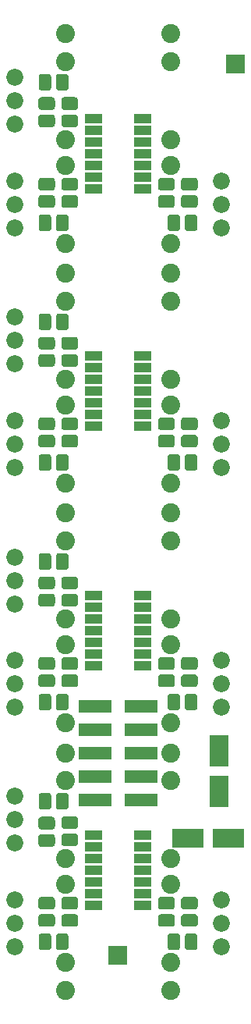
<source format=gbr>
G04 #@! TF.GenerationSoftware,KiCad,Pcbnew,(5.0.0-3-g5ebb6b6)*
G04 #@! TF.CreationDate,2019-01-01T15:12:14-08:00*
G04 #@! TF.ProjectId,BuffMult,427566664D756C742E6B696361645F70,rev?*
G04 #@! TF.SameCoordinates,Original*
G04 #@! TF.FileFunction,Soldermask,Top*
G04 #@! TF.FilePolarity,Negative*
%FSLAX46Y46*%
G04 Gerber Fmt 4.6, Leading zero omitted, Abs format (unit mm)*
G04 Created by KiCad (PCBNEW (5.0.0-3-g5ebb6b6)) date Tuesday, January 01, 2019 at 03:12:14 PM*
%MOMM*%
%LPD*%
G01*
G04 APERTURE LIST*
%ADD10R,2.000000X3.400000*%
%ADD11C,1.840000*%
%ADD12C,0.100000*%
%ADD13C,1.375000*%
%ADD14R,1.900000X1.000000*%
%ADD15C,2.050000*%
%ADD16R,3.550000X1.400000*%
%ADD17R,2.100000X2.100000*%
%ADD18R,3.400000X2.000000*%
G04 APERTURE END LIST*
D10*
G04 #@! TO.C,C17*
X124000000Y-140450000D03*
X124000000Y-136050000D03*
G04 #@! TD*
D11*
G04 #@! TO.C,RV8*
X124250000Y-157330000D03*
X124250000Y-154790000D03*
X124250000Y-152250000D03*
G04 #@! TD*
G04 #@! TO.C,RV12*
X101750000Y-152250000D03*
X101750000Y-154790000D03*
X101750000Y-157330000D03*
G04 #@! TD*
D12*
G04 #@! TO.C,C5*
G36*
X108339943Y-65126655D02*
X108373312Y-65131605D01*
X108406035Y-65139802D01*
X108437797Y-65151166D01*
X108468293Y-65165590D01*
X108497227Y-65182932D01*
X108524323Y-65203028D01*
X108549318Y-65225682D01*
X108571972Y-65250677D01*
X108592068Y-65277773D01*
X108609410Y-65306707D01*
X108623834Y-65337203D01*
X108635198Y-65368965D01*
X108643395Y-65401688D01*
X108648345Y-65435057D01*
X108650000Y-65468750D01*
X108650000Y-66156250D01*
X108648345Y-66189943D01*
X108643395Y-66223312D01*
X108635198Y-66256035D01*
X108623834Y-66287797D01*
X108609410Y-66318293D01*
X108592068Y-66347227D01*
X108571972Y-66374323D01*
X108549318Y-66399318D01*
X108524323Y-66421972D01*
X108497227Y-66442068D01*
X108468293Y-66459410D01*
X108437797Y-66473834D01*
X108406035Y-66485198D01*
X108373312Y-66493395D01*
X108339943Y-66498345D01*
X108306250Y-66500000D01*
X107193750Y-66500000D01*
X107160057Y-66498345D01*
X107126688Y-66493395D01*
X107093965Y-66485198D01*
X107062203Y-66473834D01*
X107031707Y-66459410D01*
X107002773Y-66442068D01*
X106975677Y-66421972D01*
X106950682Y-66399318D01*
X106928028Y-66374323D01*
X106907932Y-66347227D01*
X106890590Y-66318293D01*
X106876166Y-66287797D01*
X106864802Y-66256035D01*
X106856605Y-66223312D01*
X106851655Y-66189943D01*
X106850000Y-66156250D01*
X106850000Y-65468750D01*
X106851655Y-65435057D01*
X106856605Y-65401688D01*
X106864802Y-65368965D01*
X106876166Y-65337203D01*
X106890590Y-65306707D01*
X106907932Y-65277773D01*
X106928028Y-65250677D01*
X106950682Y-65225682D01*
X106975677Y-65203028D01*
X107002773Y-65182932D01*
X107031707Y-65165590D01*
X107062203Y-65151166D01*
X107093965Y-65139802D01*
X107126688Y-65131605D01*
X107160057Y-65126655D01*
X107193750Y-65125000D01*
X108306250Y-65125000D01*
X108339943Y-65126655D01*
X108339943Y-65126655D01*
G37*
D13*
X107750000Y-65812500D03*
D12*
G36*
X108339943Y-67001655D02*
X108373312Y-67006605D01*
X108406035Y-67014802D01*
X108437797Y-67026166D01*
X108468293Y-67040590D01*
X108497227Y-67057932D01*
X108524323Y-67078028D01*
X108549318Y-67100682D01*
X108571972Y-67125677D01*
X108592068Y-67152773D01*
X108609410Y-67181707D01*
X108623834Y-67212203D01*
X108635198Y-67243965D01*
X108643395Y-67276688D01*
X108648345Y-67310057D01*
X108650000Y-67343750D01*
X108650000Y-68031250D01*
X108648345Y-68064943D01*
X108643395Y-68098312D01*
X108635198Y-68131035D01*
X108623834Y-68162797D01*
X108609410Y-68193293D01*
X108592068Y-68222227D01*
X108571972Y-68249323D01*
X108549318Y-68274318D01*
X108524323Y-68296972D01*
X108497227Y-68317068D01*
X108468293Y-68334410D01*
X108437797Y-68348834D01*
X108406035Y-68360198D01*
X108373312Y-68368395D01*
X108339943Y-68373345D01*
X108306250Y-68375000D01*
X107193750Y-68375000D01*
X107160057Y-68373345D01*
X107126688Y-68368395D01*
X107093965Y-68360198D01*
X107062203Y-68348834D01*
X107031707Y-68334410D01*
X107002773Y-68317068D01*
X106975677Y-68296972D01*
X106950682Y-68274318D01*
X106928028Y-68249323D01*
X106907932Y-68222227D01*
X106890590Y-68193293D01*
X106876166Y-68162797D01*
X106864802Y-68131035D01*
X106856605Y-68098312D01*
X106851655Y-68064943D01*
X106850000Y-68031250D01*
X106850000Y-67343750D01*
X106851655Y-67310057D01*
X106856605Y-67276688D01*
X106864802Y-67243965D01*
X106876166Y-67212203D01*
X106890590Y-67181707D01*
X106907932Y-67152773D01*
X106928028Y-67125677D01*
X106950682Y-67100682D01*
X106975677Y-67078028D01*
X107002773Y-67057932D01*
X107031707Y-67040590D01*
X107062203Y-67026166D01*
X107093965Y-67014802D01*
X107126688Y-67006605D01*
X107160057Y-67001655D01*
X107193750Y-67000000D01*
X108306250Y-67000000D01*
X108339943Y-67001655D01*
X108339943Y-67001655D01*
G37*
D13*
X107750000Y-67687500D03*
G04 #@! TD*
D12*
G04 #@! TO.C,C6*
G36*
X108339943Y-93001655D02*
X108373312Y-93006605D01*
X108406035Y-93014802D01*
X108437797Y-93026166D01*
X108468293Y-93040590D01*
X108497227Y-93057932D01*
X108524323Y-93078028D01*
X108549318Y-93100682D01*
X108571972Y-93125677D01*
X108592068Y-93152773D01*
X108609410Y-93181707D01*
X108623834Y-93212203D01*
X108635198Y-93243965D01*
X108643395Y-93276688D01*
X108648345Y-93310057D01*
X108650000Y-93343750D01*
X108650000Y-94031250D01*
X108648345Y-94064943D01*
X108643395Y-94098312D01*
X108635198Y-94131035D01*
X108623834Y-94162797D01*
X108609410Y-94193293D01*
X108592068Y-94222227D01*
X108571972Y-94249323D01*
X108549318Y-94274318D01*
X108524323Y-94296972D01*
X108497227Y-94317068D01*
X108468293Y-94334410D01*
X108437797Y-94348834D01*
X108406035Y-94360198D01*
X108373312Y-94368395D01*
X108339943Y-94373345D01*
X108306250Y-94375000D01*
X107193750Y-94375000D01*
X107160057Y-94373345D01*
X107126688Y-94368395D01*
X107093965Y-94360198D01*
X107062203Y-94348834D01*
X107031707Y-94334410D01*
X107002773Y-94317068D01*
X106975677Y-94296972D01*
X106950682Y-94274318D01*
X106928028Y-94249323D01*
X106907932Y-94222227D01*
X106890590Y-94193293D01*
X106876166Y-94162797D01*
X106864802Y-94131035D01*
X106856605Y-94098312D01*
X106851655Y-94064943D01*
X106850000Y-94031250D01*
X106850000Y-93343750D01*
X106851655Y-93310057D01*
X106856605Y-93276688D01*
X106864802Y-93243965D01*
X106876166Y-93212203D01*
X106890590Y-93181707D01*
X106907932Y-93152773D01*
X106928028Y-93125677D01*
X106950682Y-93100682D01*
X106975677Y-93078028D01*
X107002773Y-93057932D01*
X107031707Y-93040590D01*
X107062203Y-93026166D01*
X107093965Y-93014802D01*
X107126688Y-93006605D01*
X107160057Y-93001655D01*
X107193750Y-93000000D01*
X108306250Y-93000000D01*
X108339943Y-93001655D01*
X108339943Y-93001655D01*
G37*
D13*
X107750000Y-93687500D03*
D12*
G36*
X108339943Y-91126655D02*
X108373312Y-91131605D01*
X108406035Y-91139802D01*
X108437797Y-91151166D01*
X108468293Y-91165590D01*
X108497227Y-91182932D01*
X108524323Y-91203028D01*
X108549318Y-91225682D01*
X108571972Y-91250677D01*
X108592068Y-91277773D01*
X108609410Y-91306707D01*
X108623834Y-91337203D01*
X108635198Y-91368965D01*
X108643395Y-91401688D01*
X108648345Y-91435057D01*
X108650000Y-91468750D01*
X108650000Y-92156250D01*
X108648345Y-92189943D01*
X108643395Y-92223312D01*
X108635198Y-92256035D01*
X108623834Y-92287797D01*
X108609410Y-92318293D01*
X108592068Y-92347227D01*
X108571972Y-92374323D01*
X108549318Y-92399318D01*
X108524323Y-92421972D01*
X108497227Y-92442068D01*
X108468293Y-92459410D01*
X108437797Y-92473834D01*
X108406035Y-92485198D01*
X108373312Y-92493395D01*
X108339943Y-92498345D01*
X108306250Y-92500000D01*
X107193750Y-92500000D01*
X107160057Y-92498345D01*
X107126688Y-92493395D01*
X107093965Y-92485198D01*
X107062203Y-92473834D01*
X107031707Y-92459410D01*
X107002773Y-92442068D01*
X106975677Y-92421972D01*
X106950682Y-92399318D01*
X106928028Y-92374323D01*
X106907932Y-92347227D01*
X106890590Y-92318293D01*
X106876166Y-92287797D01*
X106864802Y-92256035D01*
X106856605Y-92223312D01*
X106851655Y-92189943D01*
X106850000Y-92156250D01*
X106850000Y-91468750D01*
X106851655Y-91435057D01*
X106856605Y-91401688D01*
X106864802Y-91368965D01*
X106876166Y-91337203D01*
X106890590Y-91306707D01*
X106907932Y-91277773D01*
X106928028Y-91250677D01*
X106950682Y-91225682D01*
X106975677Y-91203028D01*
X107002773Y-91182932D01*
X107031707Y-91165590D01*
X107062203Y-91151166D01*
X107093965Y-91139802D01*
X107126688Y-91131605D01*
X107160057Y-91126655D01*
X107193750Y-91125000D01*
X108306250Y-91125000D01*
X108339943Y-91126655D01*
X108339943Y-91126655D01*
G37*
D13*
X107750000Y-91812500D03*
G04 #@! TD*
D12*
G04 #@! TO.C,C7*
G36*
X108339943Y-119001655D02*
X108373312Y-119006605D01*
X108406035Y-119014802D01*
X108437797Y-119026166D01*
X108468293Y-119040590D01*
X108497227Y-119057932D01*
X108524323Y-119078028D01*
X108549318Y-119100682D01*
X108571972Y-119125677D01*
X108592068Y-119152773D01*
X108609410Y-119181707D01*
X108623834Y-119212203D01*
X108635198Y-119243965D01*
X108643395Y-119276688D01*
X108648345Y-119310057D01*
X108650000Y-119343750D01*
X108650000Y-120031250D01*
X108648345Y-120064943D01*
X108643395Y-120098312D01*
X108635198Y-120131035D01*
X108623834Y-120162797D01*
X108609410Y-120193293D01*
X108592068Y-120222227D01*
X108571972Y-120249323D01*
X108549318Y-120274318D01*
X108524323Y-120296972D01*
X108497227Y-120317068D01*
X108468293Y-120334410D01*
X108437797Y-120348834D01*
X108406035Y-120360198D01*
X108373312Y-120368395D01*
X108339943Y-120373345D01*
X108306250Y-120375000D01*
X107193750Y-120375000D01*
X107160057Y-120373345D01*
X107126688Y-120368395D01*
X107093965Y-120360198D01*
X107062203Y-120348834D01*
X107031707Y-120334410D01*
X107002773Y-120317068D01*
X106975677Y-120296972D01*
X106950682Y-120274318D01*
X106928028Y-120249323D01*
X106907932Y-120222227D01*
X106890590Y-120193293D01*
X106876166Y-120162797D01*
X106864802Y-120131035D01*
X106856605Y-120098312D01*
X106851655Y-120064943D01*
X106850000Y-120031250D01*
X106850000Y-119343750D01*
X106851655Y-119310057D01*
X106856605Y-119276688D01*
X106864802Y-119243965D01*
X106876166Y-119212203D01*
X106890590Y-119181707D01*
X106907932Y-119152773D01*
X106928028Y-119125677D01*
X106950682Y-119100682D01*
X106975677Y-119078028D01*
X107002773Y-119057932D01*
X107031707Y-119040590D01*
X107062203Y-119026166D01*
X107093965Y-119014802D01*
X107126688Y-119006605D01*
X107160057Y-119001655D01*
X107193750Y-119000000D01*
X108306250Y-119000000D01*
X108339943Y-119001655D01*
X108339943Y-119001655D01*
G37*
D13*
X107750000Y-119687500D03*
D12*
G36*
X108339943Y-117126655D02*
X108373312Y-117131605D01*
X108406035Y-117139802D01*
X108437797Y-117151166D01*
X108468293Y-117165590D01*
X108497227Y-117182932D01*
X108524323Y-117203028D01*
X108549318Y-117225682D01*
X108571972Y-117250677D01*
X108592068Y-117277773D01*
X108609410Y-117306707D01*
X108623834Y-117337203D01*
X108635198Y-117368965D01*
X108643395Y-117401688D01*
X108648345Y-117435057D01*
X108650000Y-117468750D01*
X108650000Y-118156250D01*
X108648345Y-118189943D01*
X108643395Y-118223312D01*
X108635198Y-118256035D01*
X108623834Y-118287797D01*
X108609410Y-118318293D01*
X108592068Y-118347227D01*
X108571972Y-118374323D01*
X108549318Y-118399318D01*
X108524323Y-118421972D01*
X108497227Y-118442068D01*
X108468293Y-118459410D01*
X108437797Y-118473834D01*
X108406035Y-118485198D01*
X108373312Y-118493395D01*
X108339943Y-118498345D01*
X108306250Y-118500000D01*
X107193750Y-118500000D01*
X107160057Y-118498345D01*
X107126688Y-118493395D01*
X107093965Y-118485198D01*
X107062203Y-118473834D01*
X107031707Y-118459410D01*
X107002773Y-118442068D01*
X106975677Y-118421972D01*
X106950682Y-118399318D01*
X106928028Y-118374323D01*
X106907932Y-118347227D01*
X106890590Y-118318293D01*
X106876166Y-118287797D01*
X106864802Y-118256035D01*
X106856605Y-118223312D01*
X106851655Y-118189943D01*
X106850000Y-118156250D01*
X106850000Y-117468750D01*
X106851655Y-117435057D01*
X106856605Y-117401688D01*
X106864802Y-117368965D01*
X106876166Y-117337203D01*
X106890590Y-117306707D01*
X106907932Y-117277773D01*
X106928028Y-117250677D01*
X106950682Y-117225682D01*
X106975677Y-117203028D01*
X107002773Y-117182932D01*
X107031707Y-117165590D01*
X107062203Y-117151166D01*
X107093965Y-117139802D01*
X107126688Y-117131605D01*
X107160057Y-117126655D01*
X107193750Y-117125000D01*
X108306250Y-117125000D01*
X108339943Y-117126655D01*
X108339943Y-117126655D01*
G37*
D13*
X107750000Y-117812500D03*
G04 #@! TD*
D12*
G04 #@! TO.C,C9*
G36*
X118839943Y-73876655D02*
X118873312Y-73881605D01*
X118906035Y-73889802D01*
X118937797Y-73901166D01*
X118968293Y-73915590D01*
X118997227Y-73932932D01*
X119024323Y-73953028D01*
X119049318Y-73975682D01*
X119071972Y-74000677D01*
X119092068Y-74027773D01*
X119109410Y-74056707D01*
X119123834Y-74087203D01*
X119135198Y-74118965D01*
X119143395Y-74151688D01*
X119148345Y-74185057D01*
X119150000Y-74218750D01*
X119150000Y-74906250D01*
X119148345Y-74939943D01*
X119143395Y-74973312D01*
X119135198Y-75006035D01*
X119123834Y-75037797D01*
X119109410Y-75068293D01*
X119092068Y-75097227D01*
X119071972Y-75124323D01*
X119049318Y-75149318D01*
X119024323Y-75171972D01*
X118997227Y-75192068D01*
X118968293Y-75209410D01*
X118937797Y-75223834D01*
X118906035Y-75235198D01*
X118873312Y-75243395D01*
X118839943Y-75248345D01*
X118806250Y-75250000D01*
X117693750Y-75250000D01*
X117660057Y-75248345D01*
X117626688Y-75243395D01*
X117593965Y-75235198D01*
X117562203Y-75223834D01*
X117531707Y-75209410D01*
X117502773Y-75192068D01*
X117475677Y-75171972D01*
X117450682Y-75149318D01*
X117428028Y-75124323D01*
X117407932Y-75097227D01*
X117390590Y-75068293D01*
X117376166Y-75037797D01*
X117364802Y-75006035D01*
X117356605Y-74973312D01*
X117351655Y-74939943D01*
X117350000Y-74906250D01*
X117350000Y-74218750D01*
X117351655Y-74185057D01*
X117356605Y-74151688D01*
X117364802Y-74118965D01*
X117376166Y-74087203D01*
X117390590Y-74056707D01*
X117407932Y-74027773D01*
X117428028Y-74000677D01*
X117450682Y-73975682D01*
X117475677Y-73953028D01*
X117502773Y-73932932D01*
X117531707Y-73915590D01*
X117562203Y-73901166D01*
X117593965Y-73889802D01*
X117626688Y-73881605D01*
X117660057Y-73876655D01*
X117693750Y-73875000D01*
X118806250Y-73875000D01*
X118839943Y-73876655D01*
X118839943Y-73876655D01*
G37*
D13*
X118250000Y-74562500D03*
D12*
G36*
X118839943Y-75751655D02*
X118873312Y-75756605D01*
X118906035Y-75764802D01*
X118937797Y-75776166D01*
X118968293Y-75790590D01*
X118997227Y-75807932D01*
X119024323Y-75828028D01*
X119049318Y-75850682D01*
X119071972Y-75875677D01*
X119092068Y-75902773D01*
X119109410Y-75931707D01*
X119123834Y-75962203D01*
X119135198Y-75993965D01*
X119143395Y-76026688D01*
X119148345Y-76060057D01*
X119150000Y-76093750D01*
X119150000Y-76781250D01*
X119148345Y-76814943D01*
X119143395Y-76848312D01*
X119135198Y-76881035D01*
X119123834Y-76912797D01*
X119109410Y-76943293D01*
X119092068Y-76972227D01*
X119071972Y-76999323D01*
X119049318Y-77024318D01*
X119024323Y-77046972D01*
X118997227Y-77067068D01*
X118968293Y-77084410D01*
X118937797Y-77098834D01*
X118906035Y-77110198D01*
X118873312Y-77118395D01*
X118839943Y-77123345D01*
X118806250Y-77125000D01*
X117693750Y-77125000D01*
X117660057Y-77123345D01*
X117626688Y-77118395D01*
X117593965Y-77110198D01*
X117562203Y-77098834D01*
X117531707Y-77084410D01*
X117502773Y-77067068D01*
X117475677Y-77046972D01*
X117450682Y-77024318D01*
X117428028Y-76999323D01*
X117407932Y-76972227D01*
X117390590Y-76943293D01*
X117376166Y-76912797D01*
X117364802Y-76881035D01*
X117356605Y-76848312D01*
X117351655Y-76814943D01*
X117350000Y-76781250D01*
X117350000Y-76093750D01*
X117351655Y-76060057D01*
X117356605Y-76026688D01*
X117364802Y-75993965D01*
X117376166Y-75962203D01*
X117390590Y-75931707D01*
X117407932Y-75902773D01*
X117428028Y-75875677D01*
X117450682Y-75850682D01*
X117475677Y-75828028D01*
X117502773Y-75807932D01*
X117531707Y-75790590D01*
X117562203Y-75776166D01*
X117593965Y-75764802D01*
X117626688Y-75756605D01*
X117660057Y-75751655D01*
X117693750Y-75750000D01*
X118806250Y-75750000D01*
X118839943Y-75751655D01*
X118839943Y-75751655D01*
G37*
D13*
X118250000Y-76437500D03*
G04 #@! TD*
D12*
G04 #@! TO.C,C10*
G36*
X118839943Y-101751655D02*
X118873312Y-101756605D01*
X118906035Y-101764802D01*
X118937797Y-101776166D01*
X118968293Y-101790590D01*
X118997227Y-101807932D01*
X119024323Y-101828028D01*
X119049318Y-101850682D01*
X119071972Y-101875677D01*
X119092068Y-101902773D01*
X119109410Y-101931707D01*
X119123834Y-101962203D01*
X119135198Y-101993965D01*
X119143395Y-102026688D01*
X119148345Y-102060057D01*
X119150000Y-102093750D01*
X119150000Y-102781250D01*
X119148345Y-102814943D01*
X119143395Y-102848312D01*
X119135198Y-102881035D01*
X119123834Y-102912797D01*
X119109410Y-102943293D01*
X119092068Y-102972227D01*
X119071972Y-102999323D01*
X119049318Y-103024318D01*
X119024323Y-103046972D01*
X118997227Y-103067068D01*
X118968293Y-103084410D01*
X118937797Y-103098834D01*
X118906035Y-103110198D01*
X118873312Y-103118395D01*
X118839943Y-103123345D01*
X118806250Y-103125000D01*
X117693750Y-103125000D01*
X117660057Y-103123345D01*
X117626688Y-103118395D01*
X117593965Y-103110198D01*
X117562203Y-103098834D01*
X117531707Y-103084410D01*
X117502773Y-103067068D01*
X117475677Y-103046972D01*
X117450682Y-103024318D01*
X117428028Y-102999323D01*
X117407932Y-102972227D01*
X117390590Y-102943293D01*
X117376166Y-102912797D01*
X117364802Y-102881035D01*
X117356605Y-102848312D01*
X117351655Y-102814943D01*
X117350000Y-102781250D01*
X117350000Y-102093750D01*
X117351655Y-102060057D01*
X117356605Y-102026688D01*
X117364802Y-101993965D01*
X117376166Y-101962203D01*
X117390590Y-101931707D01*
X117407932Y-101902773D01*
X117428028Y-101875677D01*
X117450682Y-101850682D01*
X117475677Y-101828028D01*
X117502773Y-101807932D01*
X117531707Y-101790590D01*
X117562203Y-101776166D01*
X117593965Y-101764802D01*
X117626688Y-101756605D01*
X117660057Y-101751655D01*
X117693750Y-101750000D01*
X118806250Y-101750000D01*
X118839943Y-101751655D01*
X118839943Y-101751655D01*
G37*
D13*
X118250000Y-102437500D03*
D12*
G36*
X118839943Y-99876655D02*
X118873312Y-99881605D01*
X118906035Y-99889802D01*
X118937797Y-99901166D01*
X118968293Y-99915590D01*
X118997227Y-99932932D01*
X119024323Y-99953028D01*
X119049318Y-99975682D01*
X119071972Y-100000677D01*
X119092068Y-100027773D01*
X119109410Y-100056707D01*
X119123834Y-100087203D01*
X119135198Y-100118965D01*
X119143395Y-100151688D01*
X119148345Y-100185057D01*
X119150000Y-100218750D01*
X119150000Y-100906250D01*
X119148345Y-100939943D01*
X119143395Y-100973312D01*
X119135198Y-101006035D01*
X119123834Y-101037797D01*
X119109410Y-101068293D01*
X119092068Y-101097227D01*
X119071972Y-101124323D01*
X119049318Y-101149318D01*
X119024323Y-101171972D01*
X118997227Y-101192068D01*
X118968293Y-101209410D01*
X118937797Y-101223834D01*
X118906035Y-101235198D01*
X118873312Y-101243395D01*
X118839943Y-101248345D01*
X118806250Y-101250000D01*
X117693750Y-101250000D01*
X117660057Y-101248345D01*
X117626688Y-101243395D01*
X117593965Y-101235198D01*
X117562203Y-101223834D01*
X117531707Y-101209410D01*
X117502773Y-101192068D01*
X117475677Y-101171972D01*
X117450682Y-101149318D01*
X117428028Y-101124323D01*
X117407932Y-101097227D01*
X117390590Y-101068293D01*
X117376166Y-101037797D01*
X117364802Y-101006035D01*
X117356605Y-100973312D01*
X117351655Y-100939943D01*
X117350000Y-100906250D01*
X117350000Y-100218750D01*
X117351655Y-100185057D01*
X117356605Y-100151688D01*
X117364802Y-100118965D01*
X117376166Y-100087203D01*
X117390590Y-100056707D01*
X117407932Y-100027773D01*
X117428028Y-100000677D01*
X117450682Y-99975682D01*
X117475677Y-99953028D01*
X117502773Y-99932932D01*
X117531707Y-99915590D01*
X117562203Y-99901166D01*
X117593965Y-99889802D01*
X117626688Y-99881605D01*
X117660057Y-99876655D01*
X117693750Y-99875000D01*
X118806250Y-99875000D01*
X118839943Y-99876655D01*
X118839943Y-99876655D01*
G37*
D13*
X118250000Y-100562500D03*
G04 #@! TD*
D12*
G04 #@! TO.C,C11*
G36*
X118839943Y-127751655D02*
X118873312Y-127756605D01*
X118906035Y-127764802D01*
X118937797Y-127776166D01*
X118968293Y-127790590D01*
X118997227Y-127807932D01*
X119024323Y-127828028D01*
X119049318Y-127850682D01*
X119071972Y-127875677D01*
X119092068Y-127902773D01*
X119109410Y-127931707D01*
X119123834Y-127962203D01*
X119135198Y-127993965D01*
X119143395Y-128026688D01*
X119148345Y-128060057D01*
X119150000Y-128093750D01*
X119150000Y-128781250D01*
X119148345Y-128814943D01*
X119143395Y-128848312D01*
X119135198Y-128881035D01*
X119123834Y-128912797D01*
X119109410Y-128943293D01*
X119092068Y-128972227D01*
X119071972Y-128999323D01*
X119049318Y-129024318D01*
X119024323Y-129046972D01*
X118997227Y-129067068D01*
X118968293Y-129084410D01*
X118937797Y-129098834D01*
X118906035Y-129110198D01*
X118873312Y-129118395D01*
X118839943Y-129123345D01*
X118806250Y-129125000D01*
X117693750Y-129125000D01*
X117660057Y-129123345D01*
X117626688Y-129118395D01*
X117593965Y-129110198D01*
X117562203Y-129098834D01*
X117531707Y-129084410D01*
X117502773Y-129067068D01*
X117475677Y-129046972D01*
X117450682Y-129024318D01*
X117428028Y-128999323D01*
X117407932Y-128972227D01*
X117390590Y-128943293D01*
X117376166Y-128912797D01*
X117364802Y-128881035D01*
X117356605Y-128848312D01*
X117351655Y-128814943D01*
X117350000Y-128781250D01*
X117350000Y-128093750D01*
X117351655Y-128060057D01*
X117356605Y-128026688D01*
X117364802Y-127993965D01*
X117376166Y-127962203D01*
X117390590Y-127931707D01*
X117407932Y-127902773D01*
X117428028Y-127875677D01*
X117450682Y-127850682D01*
X117475677Y-127828028D01*
X117502773Y-127807932D01*
X117531707Y-127790590D01*
X117562203Y-127776166D01*
X117593965Y-127764802D01*
X117626688Y-127756605D01*
X117660057Y-127751655D01*
X117693750Y-127750000D01*
X118806250Y-127750000D01*
X118839943Y-127751655D01*
X118839943Y-127751655D01*
G37*
D13*
X118250000Y-128437500D03*
D12*
G36*
X118839943Y-125876655D02*
X118873312Y-125881605D01*
X118906035Y-125889802D01*
X118937797Y-125901166D01*
X118968293Y-125915590D01*
X118997227Y-125932932D01*
X119024323Y-125953028D01*
X119049318Y-125975682D01*
X119071972Y-126000677D01*
X119092068Y-126027773D01*
X119109410Y-126056707D01*
X119123834Y-126087203D01*
X119135198Y-126118965D01*
X119143395Y-126151688D01*
X119148345Y-126185057D01*
X119150000Y-126218750D01*
X119150000Y-126906250D01*
X119148345Y-126939943D01*
X119143395Y-126973312D01*
X119135198Y-127006035D01*
X119123834Y-127037797D01*
X119109410Y-127068293D01*
X119092068Y-127097227D01*
X119071972Y-127124323D01*
X119049318Y-127149318D01*
X119024323Y-127171972D01*
X118997227Y-127192068D01*
X118968293Y-127209410D01*
X118937797Y-127223834D01*
X118906035Y-127235198D01*
X118873312Y-127243395D01*
X118839943Y-127248345D01*
X118806250Y-127250000D01*
X117693750Y-127250000D01*
X117660057Y-127248345D01*
X117626688Y-127243395D01*
X117593965Y-127235198D01*
X117562203Y-127223834D01*
X117531707Y-127209410D01*
X117502773Y-127192068D01*
X117475677Y-127171972D01*
X117450682Y-127149318D01*
X117428028Y-127124323D01*
X117407932Y-127097227D01*
X117390590Y-127068293D01*
X117376166Y-127037797D01*
X117364802Y-127006035D01*
X117356605Y-126973312D01*
X117351655Y-126939943D01*
X117350000Y-126906250D01*
X117350000Y-126218750D01*
X117351655Y-126185057D01*
X117356605Y-126151688D01*
X117364802Y-126118965D01*
X117376166Y-126087203D01*
X117390590Y-126056707D01*
X117407932Y-126027773D01*
X117428028Y-126000677D01*
X117450682Y-125975682D01*
X117475677Y-125953028D01*
X117502773Y-125932932D01*
X117531707Y-125915590D01*
X117562203Y-125901166D01*
X117593965Y-125889802D01*
X117626688Y-125881605D01*
X117660057Y-125876655D01*
X117693750Y-125875000D01*
X118806250Y-125875000D01*
X118839943Y-125876655D01*
X118839943Y-125876655D01*
G37*
D13*
X118250000Y-126562500D03*
G04 #@! TD*
D12*
G04 #@! TO.C,C13*
G36*
X108339943Y-75751655D02*
X108373312Y-75756605D01*
X108406035Y-75764802D01*
X108437797Y-75776166D01*
X108468293Y-75790590D01*
X108497227Y-75807932D01*
X108524323Y-75828028D01*
X108549318Y-75850682D01*
X108571972Y-75875677D01*
X108592068Y-75902773D01*
X108609410Y-75931707D01*
X108623834Y-75962203D01*
X108635198Y-75993965D01*
X108643395Y-76026688D01*
X108648345Y-76060057D01*
X108650000Y-76093750D01*
X108650000Y-76781250D01*
X108648345Y-76814943D01*
X108643395Y-76848312D01*
X108635198Y-76881035D01*
X108623834Y-76912797D01*
X108609410Y-76943293D01*
X108592068Y-76972227D01*
X108571972Y-76999323D01*
X108549318Y-77024318D01*
X108524323Y-77046972D01*
X108497227Y-77067068D01*
X108468293Y-77084410D01*
X108437797Y-77098834D01*
X108406035Y-77110198D01*
X108373312Y-77118395D01*
X108339943Y-77123345D01*
X108306250Y-77125000D01*
X107193750Y-77125000D01*
X107160057Y-77123345D01*
X107126688Y-77118395D01*
X107093965Y-77110198D01*
X107062203Y-77098834D01*
X107031707Y-77084410D01*
X107002773Y-77067068D01*
X106975677Y-77046972D01*
X106950682Y-77024318D01*
X106928028Y-76999323D01*
X106907932Y-76972227D01*
X106890590Y-76943293D01*
X106876166Y-76912797D01*
X106864802Y-76881035D01*
X106856605Y-76848312D01*
X106851655Y-76814943D01*
X106850000Y-76781250D01*
X106850000Y-76093750D01*
X106851655Y-76060057D01*
X106856605Y-76026688D01*
X106864802Y-75993965D01*
X106876166Y-75962203D01*
X106890590Y-75931707D01*
X106907932Y-75902773D01*
X106928028Y-75875677D01*
X106950682Y-75850682D01*
X106975677Y-75828028D01*
X107002773Y-75807932D01*
X107031707Y-75790590D01*
X107062203Y-75776166D01*
X107093965Y-75764802D01*
X107126688Y-75756605D01*
X107160057Y-75751655D01*
X107193750Y-75750000D01*
X108306250Y-75750000D01*
X108339943Y-75751655D01*
X108339943Y-75751655D01*
G37*
D13*
X107750000Y-76437500D03*
D12*
G36*
X108339943Y-73876655D02*
X108373312Y-73881605D01*
X108406035Y-73889802D01*
X108437797Y-73901166D01*
X108468293Y-73915590D01*
X108497227Y-73932932D01*
X108524323Y-73953028D01*
X108549318Y-73975682D01*
X108571972Y-74000677D01*
X108592068Y-74027773D01*
X108609410Y-74056707D01*
X108623834Y-74087203D01*
X108635198Y-74118965D01*
X108643395Y-74151688D01*
X108648345Y-74185057D01*
X108650000Y-74218750D01*
X108650000Y-74906250D01*
X108648345Y-74939943D01*
X108643395Y-74973312D01*
X108635198Y-75006035D01*
X108623834Y-75037797D01*
X108609410Y-75068293D01*
X108592068Y-75097227D01*
X108571972Y-75124323D01*
X108549318Y-75149318D01*
X108524323Y-75171972D01*
X108497227Y-75192068D01*
X108468293Y-75209410D01*
X108437797Y-75223834D01*
X108406035Y-75235198D01*
X108373312Y-75243395D01*
X108339943Y-75248345D01*
X108306250Y-75250000D01*
X107193750Y-75250000D01*
X107160057Y-75248345D01*
X107126688Y-75243395D01*
X107093965Y-75235198D01*
X107062203Y-75223834D01*
X107031707Y-75209410D01*
X107002773Y-75192068D01*
X106975677Y-75171972D01*
X106950682Y-75149318D01*
X106928028Y-75124323D01*
X106907932Y-75097227D01*
X106890590Y-75068293D01*
X106876166Y-75037797D01*
X106864802Y-75006035D01*
X106856605Y-74973312D01*
X106851655Y-74939943D01*
X106850000Y-74906250D01*
X106850000Y-74218750D01*
X106851655Y-74185057D01*
X106856605Y-74151688D01*
X106864802Y-74118965D01*
X106876166Y-74087203D01*
X106890590Y-74056707D01*
X106907932Y-74027773D01*
X106928028Y-74000677D01*
X106950682Y-73975682D01*
X106975677Y-73953028D01*
X107002773Y-73932932D01*
X107031707Y-73915590D01*
X107062203Y-73901166D01*
X107093965Y-73889802D01*
X107126688Y-73881605D01*
X107160057Y-73876655D01*
X107193750Y-73875000D01*
X108306250Y-73875000D01*
X108339943Y-73876655D01*
X108339943Y-73876655D01*
G37*
D13*
X107750000Y-74562500D03*
G04 #@! TD*
D12*
G04 #@! TO.C,C14*
G36*
X108339943Y-99876655D02*
X108373312Y-99881605D01*
X108406035Y-99889802D01*
X108437797Y-99901166D01*
X108468293Y-99915590D01*
X108497227Y-99932932D01*
X108524323Y-99953028D01*
X108549318Y-99975682D01*
X108571972Y-100000677D01*
X108592068Y-100027773D01*
X108609410Y-100056707D01*
X108623834Y-100087203D01*
X108635198Y-100118965D01*
X108643395Y-100151688D01*
X108648345Y-100185057D01*
X108650000Y-100218750D01*
X108650000Y-100906250D01*
X108648345Y-100939943D01*
X108643395Y-100973312D01*
X108635198Y-101006035D01*
X108623834Y-101037797D01*
X108609410Y-101068293D01*
X108592068Y-101097227D01*
X108571972Y-101124323D01*
X108549318Y-101149318D01*
X108524323Y-101171972D01*
X108497227Y-101192068D01*
X108468293Y-101209410D01*
X108437797Y-101223834D01*
X108406035Y-101235198D01*
X108373312Y-101243395D01*
X108339943Y-101248345D01*
X108306250Y-101250000D01*
X107193750Y-101250000D01*
X107160057Y-101248345D01*
X107126688Y-101243395D01*
X107093965Y-101235198D01*
X107062203Y-101223834D01*
X107031707Y-101209410D01*
X107002773Y-101192068D01*
X106975677Y-101171972D01*
X106950682Y-101149318D01*
X106928028Y-101124323D01*
X106907932Y-101097227D01*
X106890590Y-101068293D01*
X106876166Y-101037797D01*
X106864802Y-101006035D01*
X106856605Y-100973312D01*
X106851655Y-100939943D01*
X106850000Y-100906250D01*
X106850000Y-100218750D01*
X106851655Y-100185057D01*
X106856605Y-100151688D01*
X106864802Y-100118965D01*
X106876166Y-100087203D01*
X106890590Y-100056707D01*
X106907932Y-100027773D01*
X106928028Y-100000677D01*
X106950682Y-99975682D01*
X106975677Y-99953028D01*
X107002773Y-99932932D01*
X107031707Y-99915590D01*
X107062203Y-99901166D01*
X107093965Y-99889802D01*
X107126688Y-99881605D01*
X107160057Y-99876655D01*
X107193750Y-99875000D01*
X108306250Y-99875000D01*
X108339943Y-99876655D01*
X108339943Y-99876655D01*
G37*
D13*
X107750000Y-100562500D03*
D12*
G36*
X108339943Y-101751655D02*
X108373312Y-101756605D01*
X108406035Y-101764802D01*
X108437797Y-101776166D01*
X108468293Y-101790590D01*
X108497227Y-101807932D01*
X108524323Y-101828028D01*
X108549318Y-101850682D01*
X108571972Y-101875677D01*
X108592068Y-101902773D01*
X108609410Y-101931707D01*
X108623834Y-101962203D01*
X108635198Y-101993965D01*
X108643395Y-102026688D01*
X108648345Y-102060057D01*
X108650000Y-102093750D01*
X108650000Y-102781250D01*
X108648345Y-102814943D01*
X108643395Y-102848312D01*
X108635198Y-102881035D01*
X108623834Y-102912797D01*
X108609410Y-102943293D01*
X108592068Y-102972227D01*
X108571972Y-102999323D01*
X108549318Y-103024318D01*
X108524323Y-103046972D01*
X108497227Y-103067068D01*
X108468293Y-103084410D01*
X108437797Y-103098834D01*
X108406035Y-103110198D01*
X108373312Y-103118395D01*
X108339943Y-103123345D01*
X108306250Y-103125000D01*
X107193750Y-103125000D01*
X107160057Y-103123345D01*
X107126688Y-103118395D01*
X107093965Y-103110198D01*
X107062203Y-103098834D01*
X107031707Y-103084410D01*
X107002773Y-103067068D01*
X106975677Y-103046972D01*
X106950682Y-103024318D01*
X106928028Y-102999323D01*
X106907932Y-102972227D01*
X106890590Y-102943293D01*
X106876166Y-102912797D01*
X106864802Y-102881035D01*
X106856605Y-102848312D01*
X106851655Y-102814943D01*
X106850000Y-102781250D01*
X106850000Y-102093750D01*
X106851655Y-102060057D01*
X106856605Y-102026688D01*
X106864802Y-101993965D01*
X106876166Y-101962203D01*
X106890590Y-101931707D01*
X106907932Y-101902773D01*
X106928028Y-101875677D01*
X106950682Y-101850682D01*
X106975677Y-101828028D01*
X107002773Y-101807932D01*
X107031707Y-101790590D01*
X107062203Y-101776166D01*
X107093965Y-101764802D01*
X107126688Y-101756605D01*
X107160057Y-101751655D01*
X107193750Y-101750000D01*
X108306250Y-101750000D01*
X108339943Y-101751655D01*
X108339943Y-101751655D01*
G37*
D13*
X107750000Y-102437500D03*
G04 #@! TD*
D12*
G04 #@! TO.C,C15*
G36*
X108339943Y-125876655D02*
X108373312Y-125881605D01*
X108406035Y-125889802D01*
X108437797Y-125901166D01*
X108468293Y-125915590D01*
X108497227Y-125932932D01*
X108524323Y-125953028D01*
X108549318Y-125975682D01*
X108571972Y-126000677D01*
X108592068Y-126027773D01*
X108609410Y-126056707D01*
X108623834Y-126087203D01*
X108635198Y-126118965D01*
X108643395Y-126151688D01*
X108648345Y-126185057D01*
X108650000Y-126218750D01*
X108650000Y-126906250D01*
X108648345Y-126939943D01*
X108643395Y-126973312D01*
X108635198Y-127006035D01*
X108623834Y-127037797D01*
X108609410Y-127068293D01*
X108592068Y-127097227D01*
X108571972Y-127124323D01*
X108549318Y-127149318D01*
X108524323Y-127171972D01*
X108497227Y-127192068D01*
X108468293Y-127209410D01*
X108437797Y-127223834D01*
X108406035Y-127235198D01*
X108373312Y-127243395D01*
X108339943Y-127248345D01*
X108306250Y-127250000D01*
X107193750Y-127250000D01*
X107160057Y-127248345D01*
X107126688Y-127243395D01*
X107093965Y-127235198D01*
X107062203Y-127223834D01*
X107031707Y-127209410D01*
X107002773Y-127192068D01*
X106975677Y-127171972D01*
X106950682Y-127149318D01*
X106928028Y-127124323D01*
X106907932Y-127097227D01*
X106890590Y-127068293D01*
X106876166Y-127037797D01*
X106864802Y-127006035D01*
X106856605Y-126973312D01*
X106851655Y-126939943D01*
X106850000Y-126906250D01*
X106850000Y-126218750D01*
X106851655Y-126185057D01*
X106856605Y-126151688D01*
X106864802Y-126118965D01*
X106876166Y-126087203D01*
X106890590Y-126056707D01*
X106907932Y-126027773D01*
X106928028Y-126000677D01*
X106950682Y-125975682D01*
X106975677Y-125953028D01*
X107002773Y-125932932D01*
X107031707Y-125915590D01*
X107062203Y-125901166D01*
X107093965Y-125889802D01*
X107126688Y-125881605D01*
X107160057Y-125876655D01*
X107193750Y-125875000D01*
X108306250Y-125875000D01*
X108339943Y-125876655D01*
X108339943Y-125876655D01*
G37*
D13*
X107750000Y-126562500D03*
D12*
G36*
X108339943Y-127751655D02*
X108373312Y-127756605D01*
X108406035Y-127764802D01*
X108437797Y-127776166D01*
X108468293Y-127790590D01*
X108497227Y-127807932D01*
X108524323Y-127828028D01*
X108549318Y-127850682D01*
X108571972Y-127875677D01*
X108592068Y-127902773D01*
X108609410Y-127931707D01*
X108623834Y-127962203D01*
X108635198Y-127993965D01*
X108643395Y-128026688D01*
X108648345Y-128060057D01*
X108650000Y-128093750D01*
X108650000Y-128781250D01*
X108648345Y-128814943D01*
X108643395Y-128848312D01*
X108635198Y-128881035D01*
X108623834Y-128912797D01*
X108609410Y-128943293D01*
X108592068Y-128972227D01*
X108571972Y-128999323D01*
X108549318Y-129024318D01*
X108524323Y-129046972D01*
X108497227Y-129067068D01*
X108468293Y-129084410D01*
X108437797Y-129098834D01*
X108406035Y-129110198D01*
X108373312Y-129118395D01*
X108339943Y-129123345D01*
X108306250Y-129125000D01*
X107193750Y-129125000D01*
X107160057Y-129123345D01*
X107126688Y-129118395D01*
X107093965Y-129110198D01*
X107062203Y-129098834D01*
X107031707Y-129084410D01*
X107002773Y-129067068D01*
X106975677Y-129046972D01*
X106950682Y-129024318D01*
X106928028Y-128999323D01*
X106907932Y-128972227D01*
X106890590Y-128943293D01*
X106876166Y-128912797D01*
X106864802Y-128881035D01*
X106856605Y-128848312D01*
X106851655Y-128814943D01*
X106850000Y-128781250D01*
X106850000Y-128093750D01*
X106851655Y-128060057D01*
X106856605Y-128026688D01*
X106864802Y-127993965D01*
X106876166Y-127962203D01*
X106890590Y-127931707D01*
X106907932Y-127902773D01*
X106928028Y-127875677D01*
X106950682Y-127850682D01*
X106975677Y-127828028D01*
X107002773Y-127807932D01*
X107031707Y-127790590D01*
X107062203Y-127776166D01*
X107093965Y-127764802D01*
X107126688Y-127756605D01*
X107160057Y-127751655D01*
X107193750Y-127750000D01*
X108306250Y-127750000D01*
X108339943Y-127751655D01*
X108339943Y-127751655D01*
G37*
D13*
X107750000Y-128437500D03*
G04 #@! TD*
D12*
G04 #@! TO.C,R9*
G36*
X105839943Y-65126655D02*
X105873312Y-65131605D01*
X105906035Y-65139802D01*
X105937797Y-65151166D01*
X105968293Y-65165590D01*
X105997227Y-65182932D01*
X106024323Y-65203028D01*
X106049318Y-65225682D01*
X106071972Y-65250677D01*
X106092068Y-65277773D01*
X106109410Y-65306707D01*
X106123834Y-65337203D01*
X106135198Y-65368965D01*
X106143395Y-65401688D01*
X106148345Y-65435057D01*
X106150000Y-65468750D01*
X106150000Y-66156250D01*
X106148345Y-66189943D01*
X106143395Y-66223312D01*
X106135198Y-66256035D01*
X106123834Y-66287797D01*
X106109410Y-66318293D01*
X106092068Y-66347227D01*
X106071972Y-66374323D01*
X106049318Y-66399318D01*
X106024323Y-66421972D01*
X105997227Y-66442068D01*
X105968293Y-66459410D01*
X105937797Y-66473834D01*
X105906035Y-66485198D01*
X105873312Y-66493395D01*
X105839943Y-66498345D01*
X105806250Y-66500000D01*
X104693750Y-66500000D01*
X104660057Y-66498345D01*
X104626688Y-66493395D01*
X104593965Y-66485198D01*
X104562203Y-66473834D01*
X104531707Y-66459410D01*
X104502773Y-66442068D01*
X104475677Y-66421972D01*
X104450682Y-66399318D01*
X104428028Y-66374323D01*
X104407932Y-66347227D01*
X104390590Y-66318293D01*
X104376166Y-66287797D01*
X104364802Y-66256035D01*
X104356605Y-66223312D01*
X104351655Y-66189943D01*
X104350000Y-66156250D01*
X104350000Y-65468750D01*
X104351655Y-65435057D01*
X104356605Y-65401688D01*
X104364802Y-65368965D01*
X104376166Y-65337203D01*
X104390590Y-65306707D01*
X104407932Y-65277773D01*
X104428028Y-65250677D01*
X104450682Y-65225682D01*
X104475677Y-65203028D01*
X104502773Y-65182932D01*
X104531707Y-65165590D01*
X104562203Y-65151166D01*
X104593965Y-65139802D01*
X104626688Y-65131605D01*
X104660057Y-65126655D01*
X104693750Y-65125000D01*
X105806250Y-65125000D01*
X105839943Y-65126655D01*
X105839943Y-65126655D01*
G37*
D13*
X105250000Y-65812500D03*
D12*
G36*
X105839943Y-67001655D02*
X105873312Y-67006605D01*
X105906035Y-67014802D01*
X105937797Y-67026166D01*
X105968293Y-67040590D01*
X105997227Y-67057932D01*
X106024323Y-67078028D01*
X106049318Y-67100682D01*
X106071972Y-67125677D01*
X106092068Y-67152773D01*
X106109410Y-67181707D01*
X106123834Y-67212203D01*
X106135198Y-67243965D01*
X106143395Y-67276688D01*
X106148345Y-67310057D01*
X106150000Y-67343750D01*
X106150000Y-68031250D01*
X106148345Y-68064943D01*
X106143395Y-68098312D01*
X106135198Y-68131035D01*
X106123834Y-68162797D01*
X106109410Y-68193293D01*
X106092068Y-68222227D01*
X106071972Y-68249323D01*
X106049318Y-68274318D01*
X106024323Y-68296972D01*
X105997227Y-68317068D01*
X105968293Y-68334410D01*
X105937797Y-68348834D01*
X105906035Y-68360198D01*
X105873312Y-68368395D01*
X105839943Y-68373345D01*
X105806250Y-68375000D01*
X104693750Y-68375000D01*
X104660057Y-68373345D01*
X104626688Y-68368395D01*
X104593965Y-68360198D01*
X104562203Y-68348834D01*
X104531707Y-68334410D01*
X104502773Y-68317068D01*
X104475677Y-68296972D01*
X104450682Y-68274318D01*
X104428028Y-68249323D01*
X104407932Y-68222227D01*
X104390590Y-68193293D01*
X104376166Y-68162797D01*
X104364802Y-68131035D01*
X104356605Y-68098312D01*
X104351655Y-68064943D01*
X104350000Y-68031250D01*
X104350000Y-67343750D01*
X104351655Y-67310057D01*
X104356605Y-67276688D01*
X104364802Y-67243965D01*
X104376166Y-67212203D01*
X104390590Y-67181707D01*
X104407932Y-67152773D01*
X104428028Y-67125677D01*
X104450682Y-67100682D01*
X104475677Y-67078028D01*
X104502773Y-67057932D01*
X104531707Y-67040590D01*
X104562203Y-67026166D01*
X104593965Y-67014802D01*
X104626688Y-67006605D01*
X104660057Y-67001655D01*
X104693750Y-67000000D01*
X105806250Y-67000000D01*
X105839943Y-67001655D01*
X105839943Y-67001655D01*
G37*
D13*
X105250000Y-67687500D03*
G04 #@! TD*
D12*
G04 #@! TO.C,R10*
G36*
X105839943Y-91126655D02*
X105873312Y-91131605D01*
X105906035Y-91139802D01*
X105937797Y-91151166D01*
X105968293Y-91165590D01*
X105997227Y-91182932D01*
X106024323Y-91203028D01*
X106049318Y-91225682D01*
X106071972Y-91250677D01*
X106092068Y-91277773D01*
X106109410Y-91306707D01*
X106123834Y-91337203D01*
X106135198Y-91368965D01*
X106143395Y-91401688D01*
X106148345Y-91435057D01*
X106150000Y-91468750D01*
X106150000Y-92156250D01*
X106148345Y-92189943D01*
X106143395Y-92223312D01*
X106135198Y-92256035D01*
X106123834Y-92287797D01*
X106109410Y-92318293D01*
X106092068Y-92347227D01*
X106071972Y-92374323D01*
X106049318Y-92399318D01*
X106024323Y-92421972D01*
X105997227Y-92442068D01*
X105968293Y-92459410D01*
X105937797Y-92473834D01*
X105906035Y-92485198D01*
X105873312Y-92493395D01*
X105839943Y-92498345D01*
X105806250Y-92500000D01*
X104693750Y-92500000D01*
X104660057Y-92498345D01*
X104626688Y-92493395D01*
X104593965Y-92485198D01*
X104562203Y-92473834D01*
X104531707Y-92459410D01*
X104502773Y-92442068D01*
X104475677Y-92421972D01*
X104450682Y-92399318D01*
X104428028Y-92374323D01*
X104407932Y-92347227D01*
X104390590Y-92318293D01*
X104376166Y-92287797D01*
X104364802Y-92256035D01*
X104356605Y-92223312D01*
X104351655Y-92189943D01*
X104350000Y-92156250D01*
X104350000Y-91468750D01*
X104351655Y-91435057D01*
X104356605Y-91401688D01*
X104364802Y-91368965D01*
X104376166Y-91337203D01*
X104390590Y-91306707D01*
X104407932Y-91277773D01*
X104428028Y-91250677D01*
X104450682Y-91225682D01*
X104475677Y-91203028D01*
X104502773Y-91182932D01*
X104531707Y-91165590D01*
X104562203Y-91151166D01*
X104593965Y-91139802D01*
X104626688Y-91131605D01*
X104660057Y-91126655D01*
X104693750Y-91125000D01*
X105806250Y-91125000D01*
X105839943Y-91126655D01*
X105839943Y-91126655D01*
G37*
D13*
X105250000Y-91812500D03*
D12*
G36*
X105839943Y-93001655D02*
X105873312Y-93006605D01*
X105906035Y-93014802D01*
X105937797Y-93026166D01*
X105968293Y-93040590D01*
X105997227Y-93057932D01*
X106024323Y-93078028D01*
X106049318Y-93100682D01*
X106071972Y-93125677D01*
X106092068Y-93152773D01*
X106109410Y-93181707D01*
X106123834Y-93212203D01*
X106135198Y-93243965D01*
X106143395Y-93276688D01*
X106148345Y-93310057D01*
X106150000Y-93343750D01*
X106150000Y-94031250D01*
X106148345Y-94064943D01*
X106143395Y-94098312D01*
X106135198Y-94131035D01*
X106123834Y-94162797D01*
X106109410Y-94193293D01*
X106092068Y-94222227D01*
X106071972Y-94249323D01*
X106049318Y-94274318D01*
X106024323Y-94296972D01*
X105997227Y-94317068D01*
X105968293Y-94334410D01*
X105937797Y-94348834D01*
X105906035Y-94360198D01*
X105873312Y-94368395D01*
X105839943Y-94373345D01*
X105806250Y-94375000D01*
X104693750Y-94375000D01*
X104660057Y-94373345D01*
X104626688Y-94368395D01*
X104593965Y-94360198D01*
X104562203Y-94348834D01*
X104531707Y-94334410D01*
X104502773Y-94317068D01*
X104475677Y-94296972D01*
X104450682Y-94274318D01*
X104428028Y-94249323D01*
X104407932Y-94222227D01*
X104390590Y-94193293D01*
X104376166Y-94162797D01*
X104364802Y-94131035D01*
X104356605Y-94098312D01*
X104351655Y-94064943D01*
X104350000Y-94031250D01*
X104350000Y-93343750D01*
X104351655Y-93310057D01*
X104356605Y-93276688D01*
X104364802Y-93243965D01*
X104376166Y-93212203D01*
X104390590Y-93181707D01*
X104407932Y-93152773D01*
X104428028Y-93125677D01*
X104450682Y-93100682D01*
X104475677Y-93078028D01*
X104502773Y-93057932D01*
X104531707Y-93040590D01*
X104562203Y-93026166D01*
X104593965Y-93014802D01*
X104626688Y-93006605D01*
X104660057Y-93001655D01*
X104693750Y-93000000D01*
X105806250Y-93000000D01*
X105839943Y-93001655D01*
X105839943Y-93001655D01*
G37*
D13*
X105250000Y-93687500D03*
G04 #@! TD*
D12*
G04 #@! TO.C,R11*
G36*
X105839943Y-117126655D02*
X105873312Y-117131605D01*
X105906035Y-117139802D01*
X105937797Y-117151166D01*
X105968293Y-117165590D01*
X105997227Y-117182932D01*
X106024323Y-117203028D01*
X106049318Y-117225682D01*
X106071972Y-117250677D01*
X106092068Y-117277773D01*
X106109410Y-117306707D01*
X106123834Y-117337203D01*
X106135198Y-117368965D01*
X106143395Y-117401688D01*
X106148345Y-117435057D01*
X106150000Y-117468750D01*
X106150000Y-118156250D01*
X106148345Y-118189943D01*
X106143395Y-118223312D01*
X106135198Y-118256035D01*
X106123834Y-118287797D01*
X106109410Y-118318293D01*
X106092068Y-118347227D01*
X106071972Y-118374323D01*
X106049318Y-118399318D01*
X106024323Y-118421972D01*
X105997227Y-118442068D01*
X105968293Y-118459410D01*
X105937797Y-118473834D01*
X105906035Y-118485198D01*
X105873312Y-118493395D01*
X105839943Y-118498345D01*
X105806250Y-118500000D01*
X104693750Y-118500000D01*
X104660057Y-118498345D01*
X104626688Y-118493395D01*
X104593965Y-118485198D01*
X104562203Y-118473834D01*
X104531707Y-118459410D01*
X104502773Y-118442068D01*
X104475677Y-118421972D01*
X104450682Y-118399318D01*
X104428028Y-118374323D01*
X104407932Y-118347227D01*
X104390590Y-118318293D01*
X104376166Y-118287797D01*
X104364802Y-118256035D01*
X104356605Y-118223312D01*
X104351655Y-118189943D01*
X104350000Y-118156250D01*
X104350000Y-117468750D01*
X104351655Y-117435057D01*
X104356605Y-117401688D01*
X104364802Y-117368965D01*
X104376166Y-117337203D01*
X104390590Y-117306707D01*
X104407932Y-117277773D01*
X104428028Y-117250677D01*
X104450682Y-117225682D01*
X104475677Y-117203028D01*
X104502773Y-117182932D01*
X104531707Y-117165590D01*
X104562203Y-117151166D01*
X104593965Y-117139802D01*
X104626688Y-117131605D01*
X104660057Y-117126655D01*
X104693750Y-117125000D01*
X105806250Y-117125000D01*
X105839943Y-117126655D01*
X105839943Y-117126655D01*
G37*
D13*
X105250000Y-117812500D03*
D12*
G36*
X105839943Y-119001655D02*
X105873312Y-119006605D01*
X105906035Y-119014802D01*
X105937797Y-119026166D01*
X105968293Y-119040590D01*
X105997227Y-119057932D01*
X106024323Y-119078028D01*
X106049318Y-119100682D01*
X106071972Y-119125677D01*
X106092068Y-119152773D01*
X106109410Y-119181707D01*
X106123834Y-119212203D01*
X106135198Y-119243965D01*
X106143395Y-119276688D01*
X106148345Y-119310057D01*
X106150000Y-119343750D01*
X106150000Y-120031250D01*
X106148345Y-120064943D01*
X106143395Y-120098312D01*
X106135198Y-120131035D01*
X106123834Y-120162797D01*
X106109410Y-120193293D01*
X106092068Y-120222227D01*
X106071972Y-120249323D01*
X106049318Y-120274318D01*
X106024323Y-120296972D01*
X105997227Y-120317068D01*
X105968293Y-120334410D01*
X105937797Y-120348834D01*
X105906035Y-120360198D01*
X105873312Y-120368395D01*
X105839943Y-120373345D01*
X105806250Y-120375000D01*
X104693750Y-120375000D01*
X104660057Y-120373345D01*
X104626688Y-120368395D01*
X104593965Y-120360198D01*
X104562203Y-120348834D01*
X104531707Y-120334410D01*
X104502773Y-120317068D01*
X104475677Y-120296972D01*
X104450682Y-120274318D01*
X104428028Y-120249323D01*
X104407932Y-120222227D01*
X104390590Y-120193293D01*
X104376166Y-120162797D01*
X104364802Y-120131035D01*
X104356605Y-120098312D01*
X104351655Y-120064943D01*
X104350000Y-120031250D01*
X104350000Y-119343750D01*
X104351655Y-119310057D01*
X104356605Y-119276688D01*
X104364802Y-119243965D01*
X104376166Y-119212203D01*
X104390590Y-119181707D01*
X104407932Y-119152773D01*
X104428028Y-119125677D01*
X104450682Y-119100682D01*
X104475677Y-119078028D01*
X104502773Y-119057932D01*
X104531707Y-119040590D01*
X104562203Y-119026166D01*
X104593965Y-119014802D01*
X104626688Y-119006605D01*
X104660057Y-119001655D01*
X104693750Y-119000000D01*
X105806250Y-119000000D01*
X105839943Y-119001655D01*
X105839943Y-119001655D01*
G37*
D13*
X105250000Y-119687500D03*
G04 #@! TD*
D12*
G04 #@! TO.C,R17*
G36*
X105439943Y-62601655D02*
X105473312Y-62606605D01*
X105506035Y-62614802D01*
X105537797Y-62626166D01*
X105568293Y-62640590D01*
X105597227Y-62657932D01*
X105624323Y-62678028D01*
X105649318Y-62700682D01*
X105671972Y-62725677D01*
X105692068Y-62752773D01*
X105709410Y-62781707D01*
X105723834Y-62812203D01*
X105735198Y-62843965D01*
X105743395Y-62876688D01*
X105748345Y-62910057D01*
X105750000Y-62943750D01*
X105750000Y-64056250D01*
X105748345Y-64089943D01*
X105743395Y-64123312D01*
X105735198Y-64156035D01*
X105723834Y-64187797D01*
X105709410Y-64218293D01*
X105692068Y-64247227D01*
X105671972Y-64274323D01*
X105649318Y-64299318D01*
X105624323Y-64321972D01*
X105597227Y-64342068D01*
X105568293Y-64359410D01*
X105537797Y-64373834D01*
X105506035Y-64385198D01*
X105473312Y-64393395D01*
X105439943Y-64398345D01*
X105406250Y-64400000D01*
X104718750Y-64400000D01*
X104685057Y-64398345D01*
X104651688Y-64393395D01*
X104618965Y-64385198D01*
X104587203Y-64373834D01*
X104556707Y-64359410D01*
X104527773Y-64342068D01*
X104500677Y-64321972D01*
X104475682Y-64299318D01*
X104453028Y-64274323D01*
X104432932Y-64247227D01*
X104415590Y-64218293D01*
X104401166Y-64187797D01*
X104389802Y-64156035D01*
X104381605Y-64123312D01*
X104376655Y-64089943D01*
X104375000Y-64056250D01*
X104375000Y-62943750D01*
X104376655Y-62910057D01*
X104381605Y-62876688D01*
X104389802Y-62843965D01*
X104401166Y-62812203D01*
X104415590Y-62781707D01*
X104432932Y-62752773D01*
X104453028Y-62725677D01*
X104475682Y-62700682D01*
X104500677Y-62678028D01*
X104527773Y-62657932D01*
X104556707Y-62640590D01*
X104587203Y-62626166D01*
X104618965Y-62614802D01*
X104651688Y-62606605D01*
X104685057Y-62601655D01*
X104718750Y-62600000D01*
X105406250Y-62600000D01*
X105439943Y-62601655D01*
X105439943Y-62601655D01*
G37*
D13*
X105062500Y-63500000D03*
D12*
G36*
X107314943Y-62601655D02*
X107348312Y-62606605D01*
X107381035Y-62614802D01*
X107412797Y-62626166D01*
X107443293Y-62640590D01*
X107472227Y-62657932D01*
X107499323Y-62678028D01*
X107524318Y-62700682D01*
X107546972Y-62725677D01*
X107567068Y-62752773D01*
X107584410Y-62781707D01*
X107598834Y-62812203D01*
X107610198Y-62843965D01*
X107618395Y-62876688D01*
X107623345Y-62910057D01*
X107625000Y-62943750D01*
X107625000Y-64056250D01*
X107623345Y-64089943D01*
X107618395Y-64123312D01*
X107610198Y-64156035D01*
X107598834Y-64187797D01*
X107584410Y-64218293D01*
X107567068Y-64247227D01*
X107546972Y-64274323D01*
X107524318Y-64299318D01*
X107499323Y-64321972D01*
X107472227Y-64342068D01*
X107443293Y-64359410D01*
X107412797Y-64373834D01*
X107381035Y-64385198D01*
X107348312Y-64393395D01*
X107314943Y-64398345D01*
X107281250Y-64400000D01*
X106593750Y-64400000D01*
X106560057Y-64398345D01*
X106526688Y-64393395D01*
X106493965Y-64385198D01*
X106462203Y-64373834D01*
X106431707Y-64359410D01*
X106402773Y-64342068D01*
X106375677Y-64321972D01*
X106350682Y-64299318D01*
X106328028Y-64274323D01*
X106307932Y-64247227D01*
X106290590Y-64218293D01*
X106276166Y-64187797D01*
X106264802Y-64156035D01*
X106256605Y-64123312D01*
X106251655Y-64089943D01*
X106250000Y-64056250D01*
X106250000Y-62943750D01*
X106251655Y-62910057D01*
X106256605Y-62876688D01*
X106264802Y-62843965D01*
X106276166Y-62812203D01*
X106290590Y-62781707D01*
X106307932Y-62752773D01*
X106328028Y-62725677D01*
X106350682Y-62700682D01*
X106375677Y-62678028D01*
X106402773Y-62657932D01*
X106431707Y-62640590D01*
X106462203Y-62626166D01*
X106493965Y-62614802D01*
X106526688Y-62606605D01*
X106560057Y-62601655D01*
X106593750Y-62600000D01*
X107281250Y-62600000D01*
X107314943Y-62601655D01*
X107314943Y-62601655D01*
G37*
D13*
X106937500Y-63500000D03*
G04 #@! TD*
D12*
G04 #@! TO.C,R18*
G36*
X105439943Y-88601655D02*
X105473312Y-88606605D01*
X105506035Y-88614802D01*
X105537797Y-88626166D01*
X105568293Y-88640590D01*
X105597227Y-88657932D01*
X105624323Y-88678028D01*
X105649318Y-88700682D01*
X105671972Y-88725677D01*
X105692068Y-88752773D01*
X105709410Y-88781707D01*
X105723834Y-88812203D01*
X105735198Y-88843965D01*
X105743395Y-88876688D01*
X105748345Y-88910057D01*
X105750000Y-88943750D01*
X105750000Y-90056250D01*
X105748345Y-90089943D01*
X105743395Y-90123312D01*
X105735198Y-90156035D01*
X105723834Y-90187797D01*
X105709410Y-90218293D01*
X105692068Y-90247227D01*
X105671972Y-90274323D01*
X105649318Y-90299318D01*
X105624323Y-90321972D01*
X105597227Y-90342068D01*
X105568293Y-90359410D01*
X105537797Y-90373834D01*
X105506035Y-90385198D01*
X105473312Y-90393395D01*
X105439943Y-90398345D01*
X105406250Y-90400000D01*
X104718750Y-90400000D01*
X104685057Y-90398345D01*
X104651688Y-90393395D01*
X104618965Y-90385198D01*
X104587203Y-90373834D01*
X104556707Y-90359410D01*
X104527773Y-90342068D01*
X104500677Y-90321972D01*
X104475682Y-90299318D01*
X104453028Y-90274323D01*
X104432932Y-90247227D01*
X104415590Y-90218293D01*
X104401166Y-90187797D01*
X104389802Y-90156035D01*
X104381605Y-90123312D01*
X104376655Y-90089943D01*
X104375000Y-90056250D01*
X104375000Y-88943750D01*
X104376655Y-88910057D01*
X104381605Y-88876688D01*
X104389802Y-88843965D01*
X104401166Y-88812203D01*
X104415590Y-88781707D01*
X104432932Y-88752773D01*
X104453028Y-88725677D01*
X104475682Y-88700682D01*
X104500677Y-88678028D01*
X104527773Y-88657932D01*
X104556707Y-88640590D01*
X104587203Y-88626166D01*
X104618965Y-88614802D01*
X104651688Y-88606605D01*
X104685057Y-88601655D01*
X104718750Y-88600000D01*
X105406250Y-88600000D01*
X105439943Y-88601655D01*
X105439943Y-88601655D01*
G37*
D13*
X105062500Y-89500000D03*
D12*
G36*
X107314943Y-88601655D02*
X107348312Y-88606605D01*
X107381035Y-88614802D01*
X107412797Y-88626166D01*
X107443293Y-88640590D01*
X107472227Y-88657932D01*
X107499323Y-88678028D01*
X107524318Y-88700682D01*
X107546972Y-88725677D01*
X107567068Y-88752773D01*
X107584410Y-88781707D01*
X107598834Y-88812203D01*
X107610198Y-88843965D01*
X107618395Y-88876688D01*
X107623345Y-88910057D01*
X107625000Y-88943750D01*
X107625000Y-90056250D01*
X107623345Y-90089943D01*
X107618395Y-90123312D01*
X107610198Y-90156035D01*
X107598834Y-90187797D01*
X107584410Y-90218293D01*
X107567068Y-90247227D01*
X107546972Y-90274323D01*
X107524318Y-90299318D01*
X107499323Y-90321972D01*
X107472227Y-90342068D01*
X107443293Y-90359410D01*
X107412797Y-90373834D01*
X107381035Y-90385198D01*
X107348312Y-90393395D01*
X107314943Y-90398345D01*
X107281250Y-90400000D01*
X106593750Y-90400000D01*
X106560057Y-90398345D01*
X106526688Y-90393395D01*
X106493965Y-90385198D01*
X106462203Y-90373834D01*
X106431707Y-90359410D01*
X106402773Y-90342068D01*
X106375677Y-90321972D01*
X106350682Y-90299318D01*
X106328028Y-90274323D01*
X106307932Y-90247227D01*
X106290590Y-90218293D01*
X106276166Y-90187797D01*
X106264802Y-90156035D01*
X106256605Y-90123312D01*
X106251655Y-90089943D01*
X106250000Y-90056250D01*
X106250000Y-88943750D01*
X106251655Y-88910057D01*
X106256605Y-88876688D01*
X106264802Y-88843965D01*
X106276166Y-88812203D01*
X106290590Y-88781707D01*
X106307932Y-88752773D01*
X106328028Y-88725677D01*
X106350682Y-88700682D01*
X106375677Y-88678028D01*
X106402773Y-88657932D01*
X106431707Y-88640590D01*
X106462203Y-88626166D01*
X106493965Y-88614802D01*
X106526688Y-88606605D01*
X106560057Y-88601655D01*
X106593750Y-88600000D01*
X107281250Y-88600000D01*
X107314943Y-88601655D01*
X107314943Y-88601655D01*
G37*
D13*
X106937500Y-89500000D03*
G04 #@! TD*
D12*
G04 #@! TO.C,R19*
G36*
X105439943Y-114601655D02*
X105473312Y-114606605D01*
X105506035Y-114614802D01*
X105537797Y-114626166D01*
X105568293Y-114640590D01*
X105597227Y-114657932D01*
X105624323Y-114678028D01*
X105649318Y-114700682D01*
X105671972Y-114725677D01*
X105692068Y-114752773D01*
X105709410Y-114781707D01*
X105723834Y-114812203D01*
X105735198Y-114843965D01*
X105743395Y-114876688D01*
X105748345Y-114910057D01*
X105750000Y-114943750D01*
X105750000Y-116056250D01*
X105748345Y-116089943D01*
X105743395Y-116123312D01*
X105735198Y-116156035D01*
X105723834Y-116187797D01*
X105709410Y-116218293D01*
X105692068Y-116247227D01*
X105671972Y-116274323D01*
X105649318Y-116299318D01*
X105624323Y-116321972D01*
X105597227Y-116342068D01*
X105568293Y-116359410D01*
X105537797Y-116373834D01*
X105506035Y-116385198D01*
X105473312Y-116393395D01*
X105439943Y-116398345D01*
X105406250Y-116400000D01*
X104718750Y-116400000D01*
X104685057Y-116398345D01*
X104651688Y-116393395D01*
X104618965Y-116385198D01*
X104587203Y-116373834D01*
X104556707Y-116359410D01*
X104527773Y-116342068D01*
X104500677Y-116321972D01*
X104475682Y-116299318D01*
X104453028Y-116274323D01*
X104432932Y-116247227D01*
X104415590Y-116218293D01*
X104401166Y-116187797D01*
X104389802Y-116156035D01*
X104381605Y-116123312D01*
X104376655Y-116089943D01*
X104375000Y-116056250D01*
X104375000Y-114943750D01*
X104376655Y-114910057D01*
X104381605Y-114876688D01*
X104389802Y-114843965D01*
X104401166Y-114812203D01*
X104415590Y-114781707D01*
X104432932Y-114752773D01*
X104453028Y-114725677D01*
X104475682Y-114700682D01*
X104500677Y-114678028D01*
X104527773Y-114657932D01*
X104556707Y-114640590D01*
X104587203Y-114626166D01*
X104618965Y-114614802D01*
X104651688Y-114606605D01*
X104685057Y-114601655D01*
X104718750Y-114600000D01*
X105406250Y-114600000D01*
X105439943Y-114601655D01*
X105439943Y-114601655D01*
G37*
D13*
X105062500Y-115500000D03*
D12*
G36*
X107314943Y-114601655D02*
X107348312Y-114606605D01*
X107381035Y-114614802D01*
X107412797Y-114626166D01*
X107443293Y-114640590D01*
X107472227Y-114657932D01*
X107499323Y-114678028D01*
X107524318Y-114700682D01*
X107546972Y-114725677D01*
X107567068Y-114752773D01*
X107584410Y-114781707D01*
X107598834Y-114812203D01*
X107610198Y-114843965D01*
X107618395Y-114876688D01*
X107623345Y-114910057D01*
X107625000Y-114943750D01*
X107625000Y-116056250D01*
X107623345Y-116089943D01*
X107618395Y-116123312D01*
X107610198Y-116156035D01*
X107598834Y-116187797D01*
X107584410Y-116218293D01*
X107567068Y-116247227D01*
X107546972Y-116274323D01*
X107524318Y-116299318D01*
X107499323Y-116321972D01*
X107472227Y-116342068D01*
X107443293Y-116359410D01*
X107412797Y-116373834D01*
X107381035Y-116385198D01*
X107348312Y-116393395D01*
X107314943Y-116398345D01*
X107281250Y-116400000D01*
X106593750Y-116400000D01*
X106560057Y-116398345D01*
X106526688Y-116393395D01*
X106493965Y-116385198D01*
X106462203Y-116373834D01*
X106431707Y-116359410D01*
X106402773Y-116342068D01*
X106375677Y-116321972D01*
X106350682Y-116299318D01*
X106328028Y-116274323D01*
X106307932Y-116247227D01*
X106290590Y-116218293D01*
X106276166Y-116187797D01*
X106264802Y-116156035D01*
X106256605Y-116123312D01*
X106251655Y-116089943D01*
X106250000Y-116056250D01*
X106250000Y-114943750D01*
X106251655Y-114910057D01*
X106256605Y-114876688D01*
X106264802Y-114843965D01*
X106276166Y-114812203D01*
X106290590Y-114781707D01*
X106307932Y-114752773D01*
X106328028Y-114725677D01*
X106350682Y-114700682D01*
X106375677Y-114678028D01*
X106402773Y-114657932D01*
X106431707Y-114640590D01*
X106462203Y-114626166D01*
X106493965Y-114614802D01*
X106526688Y-114606605D01*
X106560057Y-114601655D01*
X106593750Y-114600000D01*
X107281250Y-114600000D01*
X107314943Y-114601655D01*
X107314943Y-114601655D01*
G37*
D13*
X106937500Y-115500000D03*
G04 #@! TD*
D12*
G04 #@! TO.C,R25*
G36*
X121339943Y-75751655D02*
X121373312Y-75756605D01*
X121406035Y-75764802D01*
X121437797Y-75776166D01*
X121468293Y-75790590D01*
X121497227Y-75807932D01*
X121524323Y-75828028D01*
X121549318Y-75850682D01*
X121571972Y-75875677D01*
X121592068Y-75902773D01*
X121609410Y-75931707D01*
X121623834Y-75962203D01*
X121635198Y-75993965D01*
X121643395Y-76026688D01*
X121648345Y-76060057D01*
X121650000Y-76093750D01*
X121650000Y-76781250D01*
X121648345Y-76814943D01*
X121643395Y-76848312D01*
X121635198Y-76881035D01*
X121623834Y-76912797D01*
X121609410Y-76943293D01*
X121592068Y-76972227D01*
X121571972Y-76999323D01*
X121549318Y-77024318D01*
X121524323Y-77046972D01*
X121497227Y-77067068D01*
X121468293Y-77084410D01*
X121437797Y-77098834D01*
X121406035Y-77110198D01*
X121373312Y-77118395D01*
X121339943Y-77123345D01*
X121306250Y-77125000D01*
X120193750Y-77125000D01*
X120160057Y-77123345D01*
X120126688Y-77118395D01*
X120093965Y-77110198D01*
X120062203Y-77098834D01*
X120031707Y-77084410D01*
X120002773Y-77067068D01*
X119975677Y-77046972D01*
X119950682Y-77024318D01*
X119928028Y-76999323D01*
X119907932Y-76972227D01*
X119890590Y-76943293D01*
X119876166Y-76912797D01*
X119864802Y-76881035D01*
X119856605Y-76848312D01*
X119851655Y-76814943D01*
X119850000Y-76781250D01*
X119850000Y-76093750D01*
X119851655Y-76060057D01*
X119856605Y-76026688D01*
X119864802Y-75993965D01*
X119876166Y-75962203D01*
X119890590Y-75931707D01*
X119907932Y-75902773D01*
X119928028Y-75875677D01*
X119950682Y-75850682D01*
X119975677Y-75828028D01*
X120002773Y-75807932D01*
X120031707Y-75790590D01*
X120062203Y-75776166D01*
X120093965Y-75764802D01*
X120126688Y-75756605D01*
X120160057Y-75751655D01*
X120193750Y-75750000D01*
X121306250Y-75750000D01*
X121339943Y-75751655D01*
X121339943Y-75751655D01*
G37*
D13*
X120750000Y-76437500D03*
D12*
G36*
X121339943Y-73876655D02*
X121373312Y-73881605D01*
X121406035Y-73889802D01*
X121437797Y-73901166D01*
X121468293Y-73915590D01*
X121497227Y-73932932D01*
X121524323Y-73953028D01*
X121549318Y-73975682D01*
X121571972Y-74000677D01*
X121592068Y-74027773D01*
X121609410Y-74056707D01*
X121623834Y-74087203D01*
X121635198Y-74118965D01*
X121643395Y-74151688D01*
X121648345Y-74185057D01*
X121650000Y-74218750D01*
X121650000Y-74906250D01*
X121648345Y-74939943D01*
X121643395Y-74973312D01*
X121635198Y-75006035D01*
X121623834Y-75037797D01*
X121609410Y-75068293D01*
X121592068Y-75097227D01*
X121571972Y-75124323D01*
X121549318Y-75149318D01*
X121524323Y-75171972D01*
X121497227Y-75192068D01*
X121468293Y-75209410D01*
X121437797Y-75223834D01*
X121406035Y-75235198D01*
X121373312Y-75243395D01*
X121339943Y-75248345D01*
X121306250Y-75250000D01*
X120193750Y-75250000D01*
X120160057Y-75248345D01*
X120126688Y-75243395D01*
X120093965Y-75235198D01*
X120062203Y-75223834D01*
X120031707Y-75209410D01*
X120002773Y-75192068D01*
X119975677Y-75171972D01*
X119950682Y-75149318D01*
X119928028Y-75124323D01*
X119907932Y-75097227D01*
X119890590Y-75068293D01*
X119876166Y-75037797D01*
X119864802Y-75006035D01*
X119856605Y-74973312D01*
X119851655Y-74939943D01*
X119850000Y-74906250D01*
X119850000Y-74218750D01*
X119851655Y-74185057D01*
X119856605Y-74151688D01*
X119864802Y-74118965D01*
X119876166Y-74087203D01*
X119890590Y-74056707D01*
X119907932Y-74027773D01*
X119928028Y-74000677D01*
X119950682Y-73975682D01*
X119975677Y-73953028D01*
X120002773Y-73932932D01*
X120031707Y-73915590D01*
X120062203Y-73901166D01*
X120093965Y-73889802D01*
X120126688Y-73881605D01*
X120160057Y-73876655D01*
X120193750Y-73875000D01*
X121306250Y-73875000D01*
X121339943Y-73876655D01*
X121339943Y-73876655D01*
G37*
D13*
X120750000Y-74562500D03*
G04 #@! TD*
D12*
G04 #@! TO.C,R26*
G36*
X121339943Y-99876655D02*
X121373312Y-99881605D01*
X121406035Y-99889802D01*
X121437797Y-99901166D01*
X121468293Y-99915590D01*
X121497227Y-99932932D01*
X121524323Y-99953028D01*
X121549318Y-99975682D01*
X121571972Y-100000677D01*
X121592068Y-100027773D01*
X121609410Y-100056707D01*
X121623834Y-100087203D01*
X121635198Y-100118965D01*
X121643395Y-100151688D01*
X121648345Y-100185057D01*
X121650000Y-100218750D01*
X121650000Y-100906250D01*
X121648345Y-100939943D01*
X121643395Y-100973312D01*
X121635198Y-101006035D01*
X121623834Y-101037797D01*
X121609410Y-101068293D01*
X121592068Y-101097227D01*
X121571972Y-101124323D01*
X121549318Y-101149318D01*
X121524323Y-101171972D01*
X121497227Y-101192068D01*
X121468293Y-101209410D01*
X121437797Y-101223834D01*
X121406035Y-101235198D01*
X121373312Y-101243395D01*
X121339943Y-101248345D01*
X121306250Y-101250000D01*
X120193750Y-101250000D01*
X120160057Y-101248345D01*
X120126688Y-101243395D01*
X120093965Y-101235198D01*
X120062203Y-101223834D01*
X120031707Y-101209410D01*
X120002773Y-101192068D01*
X119975677Y-101171972D01*
X119950682Y-101149318D01*
X119928028Y-101124323D01*
X119907932Y-101097227D01*
X119890590Y-101068293D01*
X119876166Y-101037797D01*
X119864802Y-101006035D01*
X119856605Y-100973312D01*
X119851655Y-100939943D01*
X119850000Y-100906250D01*
X119850000Y-100218750D01*
X119851655Y-100185057D01*
X119856605Y-100151688D01*
X119864802Y-100118965D01*
X119876166Y-100087203D01*
X119890590Y-100056707D01*
X119907932Y-100027773D01*
X119928028Y-100000677D01*
X119950682Y-99975682D01*
X119975677Y-99953028D01*
X120002773Y-99932932D01*
X120031707Y-99915590D01*
X120062203Y-99901166D01*
X120093965Y-99889802D01*
X120126688Y-99881605D01*
X120160057Y-99876655D01*
X120193750Y-99875000D01*
X121306250Y-99875000D01*
X121339943Y-99876655D01*
X121339943Y-99876655D01*
G37*
D13*
X120750000Y-100562500D03*
D12*
G36*
X121339943Y-101751655D02*
X121373312Y-101756605D01*
X121406035Y-101764802D01*
X121437797Y-101776166D01*
X121468293Y-101790590D01*
X121497227Y-101807932D01*
X121524323Y-101828028D01*
X121549318Y-101850682D01*
X121571972Y-101875677D01*
X121592068Y-101902773D01*
X121609410Y-101931707D01*
X121623834Y-101962203D01*
X121635198Y-101993965D01*
X121643395Y-102026688D01*
X121648345Y-102060057D01*
X121650000Y-102093750D01*
X121650000Y-102781250D01*
X121648345Y-102814943D01*
X121643395Y-102848312D01*
X121635198Y-102881035D01*
X121623834Y-102912797D01*
X121609410Y-102943293D01*
X121592068Y-102972227D01*
X121571972Y-102999323D01*
X121549318Y-103024318D01*
X121524323Y-103046972D01*
X121497227Y-103067068D01*
X121468293Y-103084410D01*
X121437797Y-103098834D01*
X121406035Y-103110198D01*
X121373312Y-103118395D01*
X121339943Y-103123345D01*
X121306250Y-103125000D01*
X120193750Y-103125000D01*
X120160057Y-103123345D01*
X120126688Y-103118395D01*
X120093965Y-103110198D01*
X120062203Y-103098834D01*
X120031707Y-103084410D01*
X120002773Y-103067068D01*
X119975677Y-103046972D01*
X119950682Y-103024318D01*
X119928028Y-102999323D01*
X119907932Y-102972227D01*
X119890590Y-102943293D01*
X119876166Y-102912797D01*
X119864802Y-102881035D01*
X119856605Y-102848312D01*
X119851655Y-102814943D01*
X119850000Y-102781250D01*
X119850000Y-102093750D01*
X119851655Y-102060057D01*
X119856605Y-102026688D01*
X119864802Y-101993965D01*
X119876166Y-101962203D01*
X119890590Y-101931707D01*
X119907932Y-101902773D01*
X119928028Y-101875677D01*
X119950682Y-101850682D01*
X119975677Y-101828028D01*
X120002773Y-101807932D01*
X120031707Y-101790590D01*
X120062203Y-101776166D01*
X120093965Y-101764802D01*
X120126688Y-101756605D01*
X120160057Y-101751655D01*
X120193750Y-101750000D01*
X121306250Y-101750000D01*
X121339943Y-101751655D01*
X121339943Y-101751655D01*
G37*
D13*
X120750000Y-102437500D03*
G04 #@! TD*
D12*
G04 #@! TO.C,R27*
G36*
X121339943Y-125876655D02*
X121373312Y-125881605D01*
X121406035Y-125889802D01*
X121437797Y-125901166D01*
X121468293Y-125915590D01*
X121497227Y-125932932D01*
X121524323Y-125953028D01*
X121549318Y-125975682D01*
X121571972Y-126000677D01*
X121592068Y-126027773D01*
X121609410Y-126056707D01*
X121623834Y-126087203D01*
X121635198Y-126118965D01*
X121643395Y-126151688D01*
X121648345Y-126185057D01*
X121650000Y-126218750D01*
X121650000Y-126906250D01*
X121648345Y-126939943D01*
X121643395Y-126973312D01*
X121635198Y-127006035D01*
X121623834Y-127037797D01*
X121609410Y-127068293D01*
X121592068Y-127097227D01*
X121571972Y-127124323D01*
X121549318Y-127149318D01*
X121524323Y-127171972D01*
X121497227Y-127192068D01*
X121468293Y-127209410D01*
X121437797Y-127223834D01*
X121406035Y-127235198D01*
X121373312Y-127243395D01*
X121339943Y-127248345D01*
X121306250Y-127250000D01*
X120193750Y-127250000D01*
X120160057Y-127248345D01*
X120126688Y-127243395D01*
X120093965Y-127235198D01*
X120062203Y-127223834D01*
X120031707Y-127209410D01*
X120002773Y-127192068D01*
X119975677Y-127171972D01*
X119950682Y-127149318D01*
X119928028Y-127124323D01*
X119907932Y-127097227D01*
X119890590Y-127068293D01*
X119876166Y-127037797D01*
X119864802Y-127006035D01*
X119856605Y-126973312D01*
X119851655Y-126939943D01*
X119850000Y-126906250D01*
X119850000Y-126218750D01*
X119851655Y-126185057D01*
X119856605Y-126151688D01*
X119864802Y-126118965D01*
X119876166Y-126087203D01*
X119890590Y-126056707D01*
X119907932Y-126027773D01*
X119928028Y-126000677D01*
X119950682Y-125975682D01*
X119975677Y-125953028D01*
X120002773Y-125932932D01*
X120031707Y-125915590D01*
X120062203Y-125901166D01*
X120093965Y-125889802D01*
X120126688Y-125881605D01*
X120160057Y-125876655D01*
X120193750Y-125875000D01*
X121306250Y-125875000D01*
X121339943Y-125876655D01*
X121339943Y-125876655D01*
G37*
D13*
X120750000Y-126562500D03*
D12*
G36*
X121339943Y-127751655D02*
X121373312Y-127756605D01*
X121406035Y-127764802D01*
X121437797Y-127776166D01*
X121468293Y-127790590D01*
X121497227Y-127807932D01*
X121524323Y-127828028D01*
X121549318Y-127850682D01*
X121571972Y-127875677D01*
X121592068Y-127902773D01*
X121609410Y-127931707D01*
X121623834Y-127962203D01*
X121635198Y-127993965D01*
X121643395Y-128026688D01*
X121648345Y-128060057D01*
X121650000Y-128093750D01*
X121650000Y-128781250D01*
X121648345Y-128814943D01*
X121643395Y-128848312D01*
X121635198Y-128881035D01*
X121623834Y-128912797D01*
X121609410Y-128943293D01*
X121592068Y-128972227D01*
X121571972Y-128999323D01*
X121549318Y-129024318D01*
X121524323Y-129046972D01*
X121497227Y-129067068D01*
X121468293Y-129084410D01*
X121437797Y-129098834D01*
X121406035Y-129110198D01*
X121373312Y-129118395D01*
X121339943Y-129123345D01*
X121306250Y-129125000D01*
X120193750Y-129125000D01*
X120160057Y-129123345D01*
X120126688Y-129118395D01*
X120093965Y-129110198D01*
X120062203Y-129098834D01*
X120031707Y-129084410D01*
X120002773Y-129067068D01*
X119975677Y-129046972D01*
X119950682Y-129024318D01*
X119928028Y-128999323D01*
X119907932Y-128972227D01*
X119890590Y-128943293D01*
X119876166Y-128912797D01*
X119864802Y-128881035D01*
X119856605Y-128848312D01*
X119851655Y-128814943D01*
X119850000Y-128781250D01*
X119850000Y-128093750D01*
X119851655Y-128060057D01*
X119856605Y-128026688D01*
X119864802Y-127993965D01*
X119876166Y-127962203D01*
X119890590Y-127931707D01*
X119907932Y-127902773D01*
X119928028Y-127875677D01*
X119950682Y-127850682D01*
X119975677Y-127828028D01*
X120002773Y-127807932D01*
X120031707Y-127790590D01*
X120062203Y-127776166D01*
X120093965Y-127764802D01*
X120126688Y-127756605D01*
X120160057Y-127751655D01*
X120193750Y-127750000D01*
X121306250Y-127750000D01*
X121339943Y-127751655D01*
X121339943Y-127751655D01*
G37*
D13*
X120750000Y-128437500D03*
G04 #@! TD*
D12*
G04 #@! TO.C,R33*
G36*
X119439943Y-77851655D02*
X119473312Y-77856605D01*
X119506035Y-77864802D01*
X119537797Y-77876166D01*
X119568293Y-77890590D01*
X119597227Y-77907932D01*
X119624323Y-77928028D01*
X119649318Y-77950682D01*
X119671972Y-77975677D01*
X119692068Y-78002773D01*
X119709410Y-78031707D01*
X119723834Y-78062203D01*
X119735198Y-78093965D01*
X119743395Y-78126688D01*
X119748345Y-78160057D01*
X119750000Y-78193750D01*
X119750000Y-79306250D01*
X119748345Y-79339943D01*
X119743395Y-79373312D01*
X119735198Y-79406035D01*
X119723834Y-79437797D01*
X119709410Y-79468293D01*
X119692068Y-79497227D01*
X119671972Y-79524323D01*
X119649318Y-79549318D01*
X119624323Y-79571972D01*
X119597227Y-79592068D01*
X119568293Y-79609410D01*
X119537797Y-79623834D01*
X119506035Y-79635198D01*
X119473312Y-79643395D01*
X119439943Y-79648345D01*
X119406250Y-79650000D01*
X118718750Y-79650000D01*
X118685057Y-79648345D01*
X118651688Y-79643395D01*
X118618965Y-79635198D01*
X118587203Y-79623834D01*
X118556707Y-79609410D01*
X118527773Y-79592068D01*
X118500677Y-79571972D01*
X118475682Y-79549318D01*
X118453028Y-79524323D01*
X118432932Y-79497227D01*
X118415590Y-79468293D01*
X118401166Y-79437797D01*
X118389802Y-79406035D01*
X118381605Y-79373312D01*
X118376655Y-79339943D01*
X118375000Y-79306250D01*
X118375000Y-78193750D01*
X118376655Y-78160057D01*
X118381605Y-78126688D01*
X118389802Y-78093965D01*
X118401166Y-78062203D01*
X118415590Y-78031707D01*
X118432932Y-78002773D01*
X118453028Y-77975677D01*
X118475682Y-77950682D01*
X118500677Y-77928028D01*
X118527773Y-77907932D01*
X118556707Y-77890590D01*
X118587203Y-77876166D01*
X118618965Y-77864802D01*
X118651688Y-77856605D01*
X118685057Y-77851655D01*
X118718750Y-77850000D01*
X119406250Y-77850000D01*
X119439943Y-77851655D01*
X119439943Y-77851655D01*
G37*
D13*
X119062500Y-78750000D03*
D12*
G36*
X121314943Y-77851655D02*
X121348312Y-77856605D01*
X121381035Y-77864802D01*
X121412797Y-77876166D01*
X121443293Y-77890590D01*
X121472227Y-77907932D01*
X121499323Y-77928028D01*
X121524318Y-77950682D01*
X121546972Y-77975677D01*
X121567068Y-78002773D01*
X121584410Y-78031707D01*
X121598834Y-78062203D01*
X121610198Y-78093965D01*
X121618395Y-78126688D01*
X121623345Y-78160057D01*
X121625000Y-78193750D01*
X121625000Y-79306250D01*
X121623345Y-79339943D01*
X121618395Y-79373312D01*
X121610198Y-79406035D01*
X121598834Y-79437797D01*
X121584410Y-79468293D01*
X121567068Y-79497227D01*
X121546972Y-79524323D01*
X121524318Y-79549318D01*
X121499323Y-79571972D01*
X121472227Y-79592068D01*
X121443293Y-79609410D01*
X121412797Y-79623834D01*
X121381035Y-79635198D01*
X121348312Y-79643395D01*
X121314943Y-79648345D01*
X121281250Y-79650000D01*
X120593750Y-79650000D01*
X120560057Y-79648345D01*
X120526688Y-79643395D01*
X120493965Y-79635198D01*
X120462203Y-79623834D01*
X120431707Y-79609410D01*
X120402773Y-79592068D01*
X120375677Y-79571972D01*
X120350682Y-79549318D01*
X120328028Y-79524323D01*
X120307932Y-79497227D01*
X120290590Y-79468293D01*
X120276166Y-79437797D01*
X120264802Y-79406035D01*
X120256605Y-79373312D01*
X120251655Y-79339943D01*
X120250000Y-79306250D01*
X120250000Y-78193750D01*
X120251655Y-78160057D01*
X120256605Y-78126688D01*
X120264802Y-78093965D01*
X120276166Y-78062203D01*
X120290590Y-78031707D01*
X120307932Y-78002773D01*
X120328028Y-77975677D01*
X120350682Y-77950682D01*
X120375677Y-77928028D01*
X120402773Y-77907932D01*
X120431707Y-77890590D01*
X120462203Y-77876166D01*
X120493965Y-77864802D01*
X120526688Y-77856605D01*
X120560057Y-77851655D01*
X120593750Y-77850000D01*
X121281250Y-77850000D01*
X121314943Y-77851655D01*
X121314943Y-77851655D01*
G37*
D13*
X120937500Y-78750000D03*
G04 #@! TD*
D12*
G04 #@! TO.C,R34*
G36*
X119439943Y-103851655D02*
X119473312Y-103856605D01*
X119506035Y-103864802D01*
X119537797Y-103876166D01*
X119568293Y-103890590D01*
X119597227Y-103907932D01*
X119624323Y-103928028D01*
X119649318Y-103950682D01*
X119671972Y-103975677D01*
X119692068Y-104002773D01*
X119709410Y-104031707D01*
X119723834Y-104062203D01*
X119735198Y-104093965D01*
X119743395Y-104126688D01*
X119748345Y-104160057D01*
X119750000Y-104193750D01*
X119750000Y-105306250D01*
X119748345Y-105339943D01*
X119743395Y-105373312D01*
X119735198Y-105406035D01*
X119723834Y-105437797D01*
X119709410Y-105468293D01*
X119692068Y-105497227D01*
X119671972Y-105524323D01*
X119649318Y-105549318D01*
X119624323Y-105571972D01*
X119597227Y-105592068D01*
X119568293Y-105609410D01*
X119537797Y-105623834D01*
X119506035Y-105635198D01*
X119473312Y-105643395D01*
X119439943Y-105648345D01*
X119406250Y-105650000D01*
X118718750Y-105650000D01*
X118685057Y-105648345D01*
X118651688Y-105643395D01*
X118618965Y-105635198D01*
X118587203Y-105623834D01*
X118556707Y-105609410D01*
X118527773Y-105592068D01*
X118500677Y-105571972D01*
X118475682Y-105549318D01*
X118453028Y-105524323D01*
X118432932Y-105497227D01*
X118415590Y-105468293D01*
X118401166Y-105437797D01*
X118389802Y-105406035D01*
X118381605Y-105373312D01*
X118376655Y-105339943D01*
X118375000Y-105306250D01*
X118375000Y-104193750D01*
X118376655Y-104160057D01*
X118381605Y-104126688D01*
X118389802Y-104093965D01*
X118401166Y-104062203D01*
X118415590Y-104031707D01*
X118432932Y-104002773D01*
X118453028Y-103975677D01*
X118475682Y-103950682D01*
X118500677Y-103928028D01*
X118527773Y-103907932D01*
X118556707Y-103890590D01*
X118587203Y-103876166D01*
X118618965Y-103864802D01*
X118651688Y-103856605D01*
X118685057Y-103851655D01*
X118718750Y-103850000D01*
X119406250Y-103850000D01*
X119439943Y-103851655D01*
X119439943Y-103851655D01*
G37*
D13*
X119062500Y-104750000D03*
D12*
G36*
X121314943Y-103851655D02*
X121348312Y-103856605D01*
X121381035Y-103864802D01*
X121412797Y-103876166D01*
X121443293Y-103890590D01*
X121472227Y-103907932D01*
X121499323Y-103928028D01*
X121524318Y-103950682D01*
X121546972Y-103975677D01*
X121567068Y-104002773D01*
X121584410Y-104031707D01*
X121598834Y-104062203D01*
X121610198Y-104093965D01*
X121618395Y-104126688D01*
X121623345Y-104160057D01*
X121625000Y-104193750D01*
X121625000Y-105306250D01*
X121623345Y-105339943D01*
X121618395Y-105373312D01*
X121610198Y-105406035D01*
X121598834Y-105437797D01*
X121584410Y-105468293D01*
X121567068Y-105497227D01*
X121546972Y-105524323D01*
X121524318Y-105549318D01*
X121499323Y-105571972D01*
X121472227Y-105592068D01*
X121443293Y-105609410D01*
X121412797Y-105623834D01*
X121381035Y-105635198D01*
X121348312Y-105643395D01*
X121314943Y-105648345D01*
X121281250Y-105650000D01*
X120593750Y-105650000D01*
X120560057Y-105648345D01*
X120526688Y-105643395D01*
X120493965Y-105635198D01*
X120462203Y-105623834D01*
X120431707Y-105609410D01*
X120402773Y-105592068D01*
X120375677Y-105571972D01*
X120350682Y-105549318D01*
X120328028Y-105524323D01*
X120307932Y-105497227D01*
X120290590Y-105468293D01*
X120276166Y-105437797D01*
X120264802Y-105406035D01*
X120256605Y-105373312D01*
X120251655Y-105339943D01*
X120250000Y-105306250D01*
X120250000Y-104193750D01*
X120251655Y-104160057D01*
X120256605Y-104126688D01*
X120264802Y-104093965D01*
X120276166Y-104062203D01*
X120290590Y-104031707D01*
X120307932Y-104002773D01*
X120328028Y-103975677D01*
X120350682Y-103950682D01*
X120375677Y-103928028D01*
X120402773Y-103907932D01*
X120431707Y-103890590D01*
X120462203Y-103876166D01*
X120493965Y-103864802D01*
X120526688Y-103856605D01*
X120560057Y-103851655D01*
X120593750Y-103850000D01*
X121281250Y-103850000D01*
X121314943Y-103851655D01*
X121314943Y-103851655D01*
G37*
D13*
X120937500Y-104750000D03*
G04 #@! TD*
D12*
G04 #@! TO.C,R35*
G36*
X119439943Y-129851655D02*
X119473312Y-129856605D01*
X119506035Y-129864802D01*
X119537797Y-129876166D01*
X119568293Y-129890590D01*
X119597227Y-129907932D01*
X119624323Y-129928028D01*
X119649318Y-129950682D01*
X119671972Y-129975677D01*
X119692068Y-130002773D01*
X119709410Y-130031707D01*
X119723834Y-130062203D01*
X119735198Y-130093965D01*
X119743395Y-130126688D01*
X119748345Y-130160057D01*
X119750000Y-130193750D01*
X119750000Y-131306250D01*
X119748345Y-131339943D01*
X119743395Y-131373312D01*
X119735198Y-131406035D01*
X119723834Y-131437797D01*
X119709410Y-131468293D01*
X119692068Y-131497227D01*
X119671972Y-131524323D01*
X119649318Y-131549318D01*
X119624323Y-131571972D01*
X119597227Y-131592068D01*
X119568293Y-131609410D01*
X119537797Y-131623834D01*
X119506035Y-131635198D01*
X119473312Y-131643395D01*
X119439943Y-131648345D01*
X119406250Y-131650000D01*
X118718750Y-131650000D01*
X118685057Y-131648345D01*
X118651688Y-131643395D01*
X118618965Y-131635198D01*
X118587203Y-131623834D01*
X118556707Y-131609410D01*
X118527773Y-131592068D01*
X118500677Y-131571972D01*
X118475682Y-131549318D01*
X118453028Y-131524323D01*
X118432932Y-131497227D01*
X118415590Y-131468293D01*
X118401166Y-131437797D01*
X118389802Y-131406035D01*
X118381605Y-131373312D01*
X118376655Y-131339943D01*
X118375000Y-131306250D01*
X118375000Y-130193750D01*
X118376655Y-130160057D01*
X118381605Y-130126688D01*
X118389802Y-130093965D01*
X118401166Y-130062203D01*
X118415590Y-130031707D01*
X118432932Y-130002773D01*
X118453028Y-129975677D01*
X118475682Y-129950682D01*
X118500677Y-129928028D01*
X118527773Y-129907932D01*
X118556707Y-129890590D01*
X118587203Y-129876166D01*
X118618965Y-129864802D01*
X118651688Y-129856605D01*
X118685057Y-129851655D01*
X118718750Y-129850000D01*
X119406250Y-129850000D01*
X119439943Y-129851655D01*
X119439943Y-129851655D01*
G37*
D13*
X119062500Y-130750000D03*
D12*
G36*
X121314943Y-129851655D02*
X121348312Y-129856605D01*
X121381035Y-129864802D01*
X121412797Y-129876166D01*
X121443293Y-129890590D01*
X121472227Y-129907932D01*
X121499323Y-129928028D01*
X121524318Y-129950682D01*
X121546972Y-129975677D01*
X121567068Y-130002773D01*
X121584410Y-130031707D01*
X121598834Y-130062203D01*
X121610198Y-130093965D01*
X121618395Y-130126688D01*
X121623345Y-130160057D01*
X121625000Y-130193750D01*
X121625000Y-131306250D01*
X121623345Y-131339943D01*
X121618395Y-131373312D01*
X121610198Y-131406035D01*
X121598834Y-131437797D01*
X121584410Y-131468293D01*
X121567068Y-131497227D01*
X121546972Y-131524323D01*
X121524318Y-131549318D01*
X121499323Y-131571972D01*
X121472227Y-131592068D01*
X121443293Y-131609410D01*
X121412797Y-131623834D01*
X121381035Y-131635198D01*
X121348312Y-131643395D01*
X121314943Y-131648345D01*
X121281250Y-131650000D01*
X120593750Y-131650000D01*
X120560057Y-131648345D01*
X120526688Y-131643395D01*
X120493965Y-131635198D01*
X120462203Y-131623834D01*
X120431707Y-131609410D01*
X120402773Y-131592068D01*
X120375677Y-131571972D01*
X120350682Y-131549318D01*
X120328028Y-131524323D01*
X120307932Y-131497227D01*
X120290590Y-131468293D01*
X120276166Y-131437797D01*
X120264802Y-131406035D01*
X120256605Y-131373312D01*
X120251655Y-131339943D01*
X120250000Y-131306250D01*
X120250000Y-130193750D01*
X120251655Y-130160057D01*
X120256605Y-130126688D01*
X120264802Y-130093965D01*
X120276166Y-130062203D01*
X120290590Y-130031707D01*
X120307932Y-130002773D01*
X120328028Y-129975677D01*
X120350682Y-129950682D01*
X120375677Y-129928028D01*
X120402773Y-129907932D01*
X120431707Y-129890590D01*
X120462203Y-129876166D01*
X120493965Y-129864802D01*
X120526688Y-129856605D01*
X120560057Y-129851655D01*
X120593750Y-129850000D01*
X121281250Y-129850000D01*
X121314943Y-129851655D01*
X121314943Y-129851655D01*
G37*
D13*
X120937500Y-130750000D03*
G04 #@! TD*
D12*
G04 #@! TO.C,R41*
G36*
X105839943Y-73876655D02*
X105873312Y-73881605D01*
X105906035Y-73889802D01*
X105937797Y-73901166D01*
X105968293Y-73915590D01*
X105997227Y-73932932D01*
X106024323Y-73953028D01*
X106049318Y-73975682D01*
X106071972Y-74000677D01*
X106092068Y-74027773D01*
X106109410Y-74056707D01*
X106123834Y-74087203D01*
X106135198Y-74118965D01*
X106143395Y-74151688D01*
X106148345Y-74185057D01*
X106150000Y-74218750D01*
X106150000Y-74906250D01*
X106148345Y-74939943D01*
X106143395Y-74973312D01*
X106135198Y-75006035D01*
X106123834Y-75037797D01*
X106109410Y-75068293D01*
X106092068Y-75097227D01*
X106071972Y-75124323D01*
X106049318Y-75149318D01*
X106024323Y-75171972D01*
X105997227Y-75192068D01*
X105968293Y-75209410D01*
X105937797Y-75223834D01*
X105906035Y-75235198D01*
X105873312Y-75243395D01*
X105839943Y-75248345D01*
X105806250Y-75250000D01*
X104693750Y-75250000D01*
X104660057Y-75248345D01*
X104626688Y-75243395D01*
X104593965Y-75235198D01*
X104562203Y-75223834D01*
X104531707Y-75209410D01*
X104502773Y-75192068D01*
X104475677Y-75171972D01*
X104450682Y-75149318D01*
X104428028Y-75124323D01*
X104407932Y-75097227D01*
X104390590Y-75068293D01*
X104376166Y-75037797D01*
X104364802Y-75006035D01*
X104356605Y-74973312D01*
X104351655Y-74939943D01*
X104350000Y-74906250D01*
X104350000Y-74218750D01*
X104351655Y-74185057D01*
X104356605Y-74151688D01*
X104364802Y-74118965D01*
X104376166Y-74087203D01*
X104390590Y-74056707D01*
X104407932Y-74027773D01*
X104428028Y-74000677D01*
X104450682Y-73975682D01*
X104475677Y-73953028D01*
X104502773Y-73932932D01*
X104531707Y-73915590D01*
X104562203Y-73901166D01*
X104593965Y-73889802D01*
X104626688Y-73881605D01*
X104660057Y-73876655D01*
X104693750Y-73875000D01*
X105806250Y-73875000D01*
X105839943Y-73876655D01*
X105839943Y-73876655D01*
G37*
D13*
X105250000Y-74562500D03*
D12*
G36*
X105839943Y-75751655D02*
X105873312Y-75756605D01*
X105906035Y-75764802D01*
X105937797Y-75776166D01*
X105968293Y-75790590D01*
X105997227Y-75807932D01*
X106024323Y-75828028D01*
X106049318Y-75850682D01*
X106071972Y-75875677D01*
X106092068Y-75902773D01*
X106109410Y-75931707D01*
X106123834Y-75962203D01*
X106135198Y-75993965D01*
X106143395Y-76026688D01*
X106148345Y-76060057D01*
X106150000Y-76093750D01*
X106150000Y-76781250D01*
X106148345Y-76814943D01*
X106143395Y-76848312D01*
X106135198Y-76881035D01*
X106123834Y-76912797D01*
X106109410Y-76943293D01*
X106092068Y-76972227D01*
X106071972Y-76999323D01*
X106049318Y-77024318D01*
X106024323Y-77046972D01*
X105997227Y-77067068D01*
X105968293Y-77084410D01*
X105937797Y-77098834D01*
X105906035Y-77110198D01*
X105873312Y-77118395D01*
X105839943Y-77123345D01*
X105806250Y-77125000D01*
X104693750Y-77125000D01*
X104660057Y-77123345D01*
X104626688Y-77118395D01*
X104593965Y-77110198D01*
X104562203Y-77098834D01*
X104531707Y-77084410D01*
X104502773Y-77067068D01*
X104475677Y-77046972D01*
X104450682Y-77024318D01*
X104428028Y-76999323D01*
X104407932Y-76972227D01*
X104390590Y-76943293D01*
X104376166Y-76912797D01*
X104364802Y-76881035D01*
X104356605Y-76848312D01*
X104351655Y-76814943D01*
X104350000Y-76781250D01*
X104350000Y-76093750D01*
X104351655Y-76060057D01*
X104356605Y-76026688D01*
X104364802Y-75993965D01*
X104376166Y-75962203D01*
X104390590Y-75931707D01*
X104407932Y-75902773D01*
X104428028Y-75875677D01*
X104450682Y-75850682D01*
X104475677Y-75828028D01*
X104502773Y-75807932D01*
X104531707Y-75790590D01*
X104562203Y-75776166D01*
X104593965Y-75764802D01*
X104626688Y-75756605D01*
X104660057Y-75751655D01*
X104693750Y-75750000D01*
X105806250Y-75750000D01*
X105839943Y-75751655D01*
X105839943Y-75751655D01*
G37*
D13*
X105250000Y-76437500D03*
G04 #@! TD*
D12*
G04 #@! TO.C,R42*
G36*
X105839943Y-101751655D02*
X105873312Y-101756605D01*
X105906035Y-101764802D01*
X105937797Y-101776166D01*
X105968293Y-101790590D01*
X105997227Y-101807932D01*
X106024323Y-101828028D01*
X106049318Y-101850682D01*
X106071972Y-101875677D01*
X106092068Y-101902773D01*
X106109410Y-101931707D01*
X106123834Y-101962203D01*
X106135198Y-101993965D01*
X106143395Y-102026688D01*
X106148345Y-102060057D01*
X106150000Y-102093750D01*
X106150000Y-102781250D01*
X106148345Y-102814943D01*
X106143395Y-102848312D01*
X106135198Y-102881035D01*
X106123834Y-102912797D01*
X106109410Y-102943293D01*
X106092068Y-102972227D01*
X106071972Y-102999323D01*
X106049318Y-103024318D01*
X106024323Y-103046972D01*
X105997227Y-103067068D01*
X105968293Y-103084410D01*
X105937797Y-103098834D01*
X105906035Y-103110198D01*
X105873312Y-103118395D01*
X105839943Y-103123345D01*
X105806250Y-103125000D01*
X104693750Y-103125000D01*
X104660057Y-103123345D01*
X104626688Y-103118395D01*
X104593965Y-103110198D01*
X104562203Y-103098834D01*
X104531707Y-103084410D01*
X104502773Y-103067068D01*
X104475677Y-103046972D01*
X104450682Y-103024318D01*
X104428028Y-102999323D01*
X104407932Y-102972227D01*
X104390590Y-102943293D01*
X104376166Y-102912797D01*
X104364802Y-102881035D01*
X104356605Y-102848312D01*
X104351655Y-102814943D01*
X104350000Y-102781250D01*
X104350000Y-102093750D01*
X104351655Y-102060057D01*
X104356605Y-102026688D01*
X104364802Y-101993965D01*
X104376166Y-101962203D01*
X104390590Y-101931707D01*
X104407932Y-101902773D01*
X104428028Y-101875677D01*
X104450682Y-101850682D01*
X104475677Y-101828028D01*
X104502773Y-101807932D01*
X104531707Y-101790590D01*
X104562203Y-101776166D01*
X104593965Y-101764802D01*
X104626688Y-101756605D01*
X104660057Y-101751655D01*
X104693750Y-101750000D01*
X105806250Y-101750000D01*
X105839943Y-101751655D01*
X105839943Y-101751655D01*
G37*
D13*
X105250000Y-102437500D03*
D12*
G36*
X105839943Y-99876655D02*
X105873312Y-99881605D01*
X105906035Y-99889802D01*
X105937797Y-99901166D01*
X105968293Y-99915590D01*
X105997227Y-99932932D01*
X106024323Y-99953028D01*
X106049318Y-99975682D01*
X106071972Y-100000677D01*
X106092068Y-100027773D01*
X106109410Y-100056707D01*
X106123834Y-100087203D01*
X106135198Y-100118965D01*
X106143395Y-100151688D01*
X106148345Y-100185057D01*
X106150000Y-100218750D01*
X106150000Y-100906250D01*
X106148345Y-100939943D01*
X106143395Y-100973312D01*
X106135198Y-101006035D01*
X106123834Y-101037797D01*
X106109410Y-101068293D01*
X106092068Y-101097227D01*
X106071972Y-101124323D01*
X106049318Y-101149318D01*
X106024323Y-101171972D01*
X105997227Y-101192068D01*
X105968293Y-101209410D01*
X105937797Y-101223834D01*
X105906035Y-101235198D01*
X105873312Y-101243395D01*
X105839943Y-101248345D01*
X105806250Y-101250000D01*
X104693750Y-101250000D01*
X104660057Y-101248345D01*
X104626688Y-101243395D01*
X104593965Y-101235198D01*
X104562203Y-101223834D01*
X104531707Y-101209410D01*
X104502773Y-101192068D01*
X104475677Y-101171972D01*
X104450682Y-101149318D01*
X104428028Y-101124323D01*
X104407932Y-101097227D01*
X104390590Y-101068293D01*
X104376166Y-101037797D01*
X104364802Y-101006035D01*
X104356605Y-100973312D01*
X104351655Y-100939943D01*
X104350000Y-100906250D01*
X104350000Y-100218750D01*
X104351655Y-100185057D01*
X104356605Y-100151688D01*
X104364802Y-100118965D01*
X104376166Y-100087203D01*
X104390590Y-100056707D01*
X104407932Y-100027773D01*
X104428028Y-100000677D01*
X104450682Y-99975682D01*
X104475677Y-99953028D01*
X104502773Y-99932932D01*
X104531707Y-99915590D01*
X104562203Y-99901166D01*
X104593965Y-99889802D01*
X104626688Y-99881605D01*
X104660057Y-99876655D01*
X104693750Y-99875000D01*
X105806250Y-99875000D01*
X105839943Y-99876655D01*
X105839943Y-99876655D01*
G37*
D13*
X105250000Y-100562500D03*
G04 #@! TD*
D12*
G04 #@! TO.C,R43*
G36*
X105839943Y-127751655D02*
X105873312Y-127756605D01*
X105906035Y-127764802D01*
X105937797Y-127776166D01*
X105968293Y-127790590D01*
X105997227Y-127807932D01*
X106024323Y-127828028D01*
X106049318Y-127850682D01*
X106071972Y-127875677D01*
X106092068Y-127902773D01*
X106109410Y-127931707D01*
X106123834Y-127962203D01*
X106135198Y-127993965D01*
X106143395Y-128026688D01*
X106148345Y-128060057D01*
X106150000Y-128093750D01*
X106150000Y-128781250D01*
X106148345Y-128814943D01*
X106143395Y-128848312D01*
X106135198Y-128881035D01*
X106123834Y-128912797D01*
X106109410Y-128943293D01*
X106092068Y-128972227D01*
X106071972Y-128999323D01*
X106049318Y-129024318D01*
X106024323Y-129046972D01*
X105997227Y-129067068D01*
X105968293Y-129084410D01*
X105937797Y-129098834D01*
X105906035Y-129110198D01*
X105873312Y-129118395D01*
X105839943Y-129123345D01*
X105806250Y-129125000D01*
X104693750Y-129125000D01*
X104660057Y-129123345D01*
X104626688Y-129118395D01*
X104593965Y-129110198D01*
X104562203Y-129098834D01*
X104531707Y-129084410D01*
X104502773Y-129067068D01*
X104475677Y-129046972D01*
X104450682Y-129024318D01*
X104428028Y-128999323D01*
X104407932Y-128972227D01*
X104390590Y-128943293D01*
X104376166Y-128912797D01*
X104364802Y-128881035D01*
X104356605Y-128848312D01*
X104351655Y-128814943D01*
X104350000Y-128781250D01*
X104350000Y-128093750D01*
X104351655Y-128060057D01*
X104356605Y-128026688D01*
X104364802Y-127993965D01*
X104376166Y-127962203D01*
X104390590Y-127931707D01*
X104407932Y-127902773D01*
X104428028Y-127875677D01*
X104450682Y-127850682D01*
X104475677Y-127828028D01*
X104502773Y-127807932D01*
X104531707Y-127790590D01*
X104562203Y-127776166D01*
X104593965Y-127764802D01*
X104626688Y-127756605D01*
X104660057Y-127751655D01*
X104693750Y-127750000D01*
X105806250Y-127750000D01*
X105839943Y-127751655D01*
X105839943Y-127751655D01*
G37*
D13*
X105250000Y-128437500D03*
D12*
G36*
X105839943Y-125876655D02*
X105873312Y-125881605D01*
X105906035Y-125889802D01*
X105937797Y-125901166D01*
X105968293Y-125915590D01*
X105997227Y-125932932D01*
X106024323Y-125953028D01*
X106049318Y-125975682D01*
X106071972Y-126000677D01*
X106092068Y-126027773D01*
X106109410Y-126056707D01*
X106123834Y-126087203D01*
X106135198Y-126118965D01*
X106143395Y-126151688D01*
X106148345Y-126185057D01*
X106150000Y-126218750D01*
X106150000Y-126906250D01*
X106148345Y-126939943D01*
X106143395Y-126973312D01*
X106135198Y-127006035D01*
X106123834Y-127037797D01*
X106109410Y-127068293D01*
X106092068Y-127097227D01*
X106071972Y-127124323D01*
X106049318Y-127149318D01*
X106024323Y-127171972D01*
X105997227Y-127192068D01*
X105968293Y-127209410D01*
X105937797Y-127223834D01*
X105906035Y-127235198D01*
X105873312Y-127243395D01*
X105839943Y-127248345D01*
X105806250Y-127250000D01*
X104693750Y-127250000D01*
X104660057Y-127248345D01*
X104626688Y-127243395D01*
X104593965Y-127235198D01*
X104562203Y-127223834D01*
X104531707Y-127209410D01*
X104502773Y-127192068D01*
X104475677Y-127171972D01*
X104450682Y-127149318D01*
X104428028Y-127124323D01*
X104407932Y-127097227D01*
X104390590Y-127068293D01*
X104376166Y-127037797D01*
X104364802Y-127006035D01*
X104356605Y-126973312D01*
X104351655Y-126939943D01*
X104350000Y-126906250D01*
X104350000Y-126218750D01*
X104351655Y-126185057D01*
X104356605Y-126151688D01*
X104364802Y-126118965D01*
X104376166Y-126087203D01*
X104390590Y-126056707D01*
X104407932Y-126027773D01*
X104428028Y-126000677D01*
X104450682Y-125975682D01*
X104475677Y-125953028D01*
X104502773Y-125932932D01*
X104531707Y-125915590D01*
X104562203Y-125901166D01*
X104593965Y-125889802D01*
X104626688Y-125881605D01*
X104660057Y-125876655D01*
X104693750Y-125875000D01*
X105806250Y-125875000D01*
X105839943Y-125876655D01*
X105839943Y-125876655D01*
G37*
D13*
X105250000Y-126562500D03*
G04 #@! TD*
D12*
G04 #@! TO.C,R49*
G36*
X107314943Y-77851655D02*
X107348312Y-77856605D01*
X107381035Y-77864802D01*
X107412797Y-77876166D01*
X107443293Y-77890590D01*
X107472227Y-77907932D01*
X107499323Y-77928028D01*
X107524318Y-77950682D01*
X107546972Y-77975677D01*
X107567068Y-78002773D01*
X107584410Y-78031707D01*
X107598834Y-78062203D01*
X107610198Y-78093965D01*
X107618395Y-78126688D01*
X107623345Y-78160057D01*
X107625000Y-78193750D01*
X107625000Y-79306250D01*
X107623345Y-79339943D01*
X107618395Y-79373312D01*
X107610198Y-79406035D01*
X107598834Y-79437797D01*
X107584410Y-79468293D01*
X107567068Y-79497227D01*
X107546972Y-79524323D01*
X107524318Y-79549318D01*
X107499323Y-79571972D01*
X107472227Y-79592068D01*
X107443293Y-79609410D01*
X107412797Y-79623834D01*
X107381035Y-79635198D01*
X107348312Y-79643395D01*
X107314943Y-79648345D01*
X107281250Y-79650000D01*
X106593750Y-79650000D01*
X106560057Y-79648345D01*
X106526688Y-79643395D01*
X106493965Y-79635198D01*
X106462203Y-79623834D01*
X106431707Y-79609410D01*
X106402773Y-79592068D01*
X106375677Y-79571972D01*
X106350682Y-79549318D01*
X106328028Y-79524323D01*
X106307932Y-79497227D01*
X106290590Y-79468293D01*
X106276166Y-79437797D01*
X106264802Y-79406035D01*
X106256605Y-79373312D01*
X106251655Y-79339943D01*
X106250000Y-79306250D01*
X106250000Y-78193750D01*
X106251655Y-78160057D01*
X106256605Y-78126688D01*
X106264802Y-78093965D01*
X106276166Y-78062203D01*
X106290590Y-78031707D01*
X106307932Y-78002773D01*
X106328028Y-77975677D01*
X106350682Y-77950682D01*
X106375677Y-77928028D01*
X106402773Y-77907932D01*
X106431707Y-77890590D01*
X106462203Y-77876166D01*
X106493965Y-77864802D01*
X106526688Y-77856605D01*
X106560057Y-77851655D01*
X106593750Y-77850000D01*
X107281250Y-77850000D01*
X107314943Y-77851655D01*
X107314943Y-77851655D01*
G37*
D13*
X106937500Y-78750000D03*
D12*
G36*
X105439943Y-77851655D02*
X105473312Y-77856605D01*
X105506035Y-77864802D01*
X105537797Y-77876166D01*
X105568293Y-77890590D01*
X105597227Y-77907932D01*
X105624323Y-77928028D01*
X105649318Y-77950682D01*
X105671972Y-77975677D01*
X105692068Y-78002773D01*
X105709410Y-78031707D01*
X105723834Y-78062203D01*
X105735198Y-78093965D01*
X105743395Y-78126688D01*
X105748345Y-78160057D01*
X105750000Y-78193750D01*
X105750000Y-79306250D01*
X105748345Y-79339943D01*
X105743395Y-79373312D01*
X105735198Y-79406035D01*
X105723834Y-79437797D01*
X105709410Y-79468293D01*
X105692068Y-79497227D01*
X105671972Y-79524323D01*
X105649318Y-79549318D01*
X105624323Y-79571972D01*
X105597227Y-79592068D01*
X105568293Y-79609410D01*
X105537797Y-79623834D01*
X105506035Y-79635198D01*
X105473312Y-79643395D01*
X105439943Y-79648345D01*
X105406250Y-79650000D01*
X104718750Y-79650000D01*
X104685057Y-79648345D01*
X104651688Y-79643395D01*
X104618965Y-79635198D01*
X104587203Y-79623834D01*
X104556707Y-79609410D01*
X104527773Y-79592068D01*
X104500677Y-79571972D01*
X104475682Y-79549318D01*
X104453028Y-79524323D01*
X104432932Y-79497227D01*
X104415590Y-79468293D01*
X104401166Y-79437797D01*
X104389802Y-79406035D01*
X104381605Y-79373312D01*
X104376655Y-79339943D01*
X104375000Y-79306250D01*
X104375000Y-78193750D01*
X104376655Y-78160057D01*
X104381605Y-78126688D01*
X104389802Y-78093965D01*
X104401166Y-78062203D01*
X104415590Y-78031707D01*
X104432932Y-78002773D01*
X104453028Y-77975677D01*
X104475682Y-77950682D01*
X104500677Y-77928028D01*
X104527773Y-77907932D01*
X104556707Y-77890590D01*
X104587203Y-77876166D01*
X104618965Y-77864802D01*
X104651688Y-77856605D01*
X104685057Y-77851655D01*
X104718750Y-77850000D01*
X105406250Y-77850000D01*
X105439943Y-77851655D01*
X105439943Y-77851655D01*
G37*
D13*
X105062500Y-78750000D03*
G04 #@! TD*
D12*
G04 #@! TO.C,R50*
G36*
X105439943Y-103851655D02*
X105473312Y-103856605D01*
X105506035Y-103864802D01*
X105537797Y-103876166D01*
X105568293Y-103890590D01*
X105597227Y-103907932D01*
X105624323Y-103928028D01*
X105649318Y-103950682D01*
X105671972Y-103975677D01*
X105692068Y-104002773D01*
X105709410Y-104031707D01*
X105723834Y-104062203D01*
X105735198Y-104093965D01*
X105743395Y-104126688D01*
X105748345Y-104160057D01*
X105750000Y-104193750D01*
X105750000Y-105306250D01*
X105748345Y-105339943D01*
X105743395Y-105373312D01*
X105735198Y-105406035D01*
X105723834Y-105437797D01*
X105709410Y-105468293D01*
X105692068Y-105497227D01*
X105671972Y-105524323D01*
X105649318Y-105549318D01*
X105624323Y-105571972D01*
X105597227Y-105592068D01*
X105568293Y-105609410D01*
X105537797Y-105623834D01*
X105506035Y-105635198D01*
X105473312Y-105643395D01*
X105439943Y-105648345D01*
X105406250Y-105650000D01*
X104718750Y-105650000D01*
X104685057Y-105648345D01*
X104651688Y-105643395D01*
X104618965Y-105635198D01*
X104587203Y-105623834D01*
X104556707Y-105609410D01*
X104527773Y-105592068D01*
X104500677Y-105571972D01*
X104475682Y-105549318D01*
X104453028Y-105524323D01*
X104432932Y-105497227D01*
X104415590Y-105468293D01*
X104401166Y-105437797D01*
X104389802Y-105406035D01*
X104381605Y-105373312D01*
X104376655Y-105339943D01*
X104375000Y-105306250D01*
X104375000Y-104193750D01*
X104376655Y-104160057D01*
X104381605Y-104126688D01*
X104389802Y-104093965D01*
X104401166Y-104062203D01*
X104415590Y-104031707D01*
X104432932Y-104002773D01*
X104453028Y-103975677D01*
X104475682Y-103950682D01*
X104500677Y-103928028D01*
X104527773Y-103907932D01*
X104556707Y-103890590D01*
X104587203Y-103876166D01*
X104618965Y-103864802D01*
X104651688Y-103856605D01*
X104685057Y-103851655D01*
X104718750Y-103850000D01*
X105406250Y-103850000D01*
X105439943Y-103851655D01*
X105439943Y-103851655D01*
G37*
D13*
X105062500Y-104750000D03*
D12*
G36*
X107314943Y-103851655D02*
X107348312Y-103856605D01*
X107381035Y-103864802D01*
X107412797Y-103876166D01*
X107443293Y-103890590D01*
X107472227Y-103907932D01*
X107499323Y-103928028D01*
X107524318Y-103950682D01*
X107546972Y-103975677D01*
X107567068Y-104002773D01*
X107584410Y-104031707D01*
X107598834Y-104062203D01*
X107610198Y-104093965D01*
X107618395Y-104126688D01*
X107623345Y-104160057D01*
X107625000Y-104193750D01*
X107625000Y-105306250D01*
X107623345Y-105339943D01*
X107618395Y-105373312D01*
X107610198Y-105406035D01*
X107598834Y-105437797D01*
X107584410Y-105468293D01*
X107567068Y-105497227D01*
X107546972Y-105524323D01*
X107524318Y-105549318D01*
X107499323Y-105571972D01*
X107472227Y-105592068D01*
X107443293Y-105609410D01*
X107412797Y-105623834D01*
X107381035Y-105635198D01*
X107348312Y-105643395D01*
X107314943Y-105648345D01*
X107281250Y-105650000D01*
X106593750Y-105650000D01*
X106560057Y-105648345D01*
X106526688Y-105643395D01*
X106493965Y-105635198D01*
X106462203Y-105623834D01*
X106431707Y-105609410D01*
X106402773Y-105592068D01*
X106375677Y-105571972D01*
X106350682Y-105549318D01*
X106328028Y-105524323D01*
X106307932Y-105497227D01*
X106290590Y-105468293D01*
X106276166Y-105437797D01*
X106264802Y-105406035D01*
X106256605Y-105373312D01*
X106251655Y-105339943D01*
X106250000Y-105306250D01*
X106250000Y-104193750D01*
X106251655Y-104160057D01*
X106256605Y-104126688D01*
X106264802Y-104093965D01*
X106276166Y-104062203D01*
X106290590Y-104031707D01*
X106307932Y-104002773D01*
X106328028Y-103975677D01*
X106350682Y-103950682D01*
X106375677Y-103928028D01*
X106402773Y-103907932D01*
X106431707Y-103890590D01*
X106462203Y-103876166D01*
X106493965Y-103864802D01*
X106526688Y-103856605D01*
X106560057Y-103851655D01*
X106593750Y-103850000D01*
X107281250Y-103850000D01*
X107314943Y-103851655D01*
X107314943Y-103851655D01*
G37*
D13*
X106937500Y-104750000D03*
G04 #@! TD*
D12*
G04 #@! TO.C,R51*
G36*
X105439943Y-129851655D02*
X105473312Y-129856605D01*
X105506035Y-129864802D01*
X105537797Y-129876166D01*
X105568293Y-129890590D01*
X105597227Y-129907932D01*
X105624323Y-129928028D01*
X105649318Y-129950682D01*
X105671972Y-129975677D01*
X105692068Y-130002773D01*
X105709410Y-130031707D01*
X105723834Y-130062203D01*
X105735198Y-130093965D01*
X105743395Y-130126688D01*
X105748345Y-130160057D01*
X105750000Y-130193750D01*
X105750000Y-131306250D01*
X105748345Y-131339943D01*
X105743395Y-131373312D01*
X105735198Y-131406035D01*
X105723834Y-131437797D01*
X105709410Y-131468293D01*
X105692068Y-131497227D01*
X105671972Y-131524323D01*
X105649318Y-131549318D01*
X105624323Y-131571972D01*
X105597227Y-131592068D01*
X105568293Y-131609410D01*
X105537797Y-131623834D01*
X105506035Y-131635198D01*
X105473312Y-131643395D01*
X105439943Y-131648345D01*
X105406250Y-131650000D01*
X104718750Y-131650000D01*
X104685057Y-131648345D01*
X104651688Y-131643395D01*
X104618965Y-131635198D01*
X104587203Y-131623834D01*
X104556707Y-131609410D01*
X104527773Y-131592068D01*
X104500677Y-131571972D01*
X104475682Y-131549318D01*
X104453028Y-131524323D01*
X104432932Y-131497227D01*
X104415590Y-131468293D01*
X104401166Y-131437797D01*
X104389802Y-131406035D01*
X104381605Y-131373312D01*
X104376655Y-131339943D01*
X104375000Y-131306250D01*
X104375000Y-130193750D01*
X104376655Y-130160057D01*
X104381605Y-130126688D01*
X104389802Y-130093965D01*
X104401166Y-130062203D01*
X104415590Y-130031707D01*
X104432932Y-130002773D01*
X104453028Y-129975677D01*
X104475682Y-129950682D01*
X104500677Y-129928028D01*
X104527773Y-129907932D01*
X104556707Y-129890590D01*
X104587203Y-129876166D01*
X104618965Y-129864802D01*
X104651688Y-129856605D01*
X104685057Y-129851655D01*
X104718750Y-129850000D01*
X105406250Y-129850000D01*
X105439943Y-129851655D01*
X105439943Y-129851655D01*
G37*
D13*
X105062500Y-130750000D03*
D12*
G36*
X107314943Y-129851655D02*
X107348312Y-129856605D01*
X107381035Y-129864802D01*
X107412797Y-129876166D01*
X107443293Y-129890590D01*
X107472227Y-129907932D01*
X107499323Y-129928028D01*
X107524318Y-129950682D01*
X107546972Y-129975677D01*
X107567068Y-130002773D01*
X107584410Y-130031707D01*
X107598834Y-130062203D01*
X107610198Y-130093965D01*
X107618395Y-130126688D01*
X107623345Y-130160057D01*
X107625000Y-130193750D01*
X107625000Y-131306250D01*
X107623345Y-131339943D01*
X107618395Y-131373312D01*
X107610198Y-131406035D01*
X107598834Y-131437797D01*
X107584410Y-131468293D01*
X107567068Y-131497227D01*
X107546972Y-131524323D01*
X107524318Y-131549318D01*
X107499323Y-131571972D01*
X107472227Y-131592068D01*
X107443293Y-131609410D01*
X107412797Y-131623834D01*
X107381035Y-131635198D01*
X107348312Y-131643395D01*
X107314943Y-131648345D01*
X107281250Y-131650000D01*
X106593750Y-131650000D01*
X106560057Y-131648345D01*
X106526688Y-131643395D01*
X106493965Y-131635198D01*
X106462203Y-131623834D01*
X106431707Y-131609410D01*
X106402773Y-131592068D01*
X106375677Y-131571972D01*
X106350682Y-131549318D01*
X106328028Y-131524323D01*
X106307932Y-131497227D01*
X106290590Y-131468293D01*
X106276166Y-131437797D01*
X106264802Y-131406035D01*
X106256605Y-131373312D01*
X106251655Y-131339943D01*
X106250000Y-131306250D01*
X106250000Y-130193750D01*
X106251655Y-130160057D01*
X106256605Y-130126688D01*
X106264802Y-130093965D01*
X106276166Y-130062203D01*
X106290590Y-130031707D01*
X106307932Y-130002773D01*
X106328028Y-129975677D01*
X106350682Y-129950682D01*
X106375677Y-129928028D01*
X106402773Y-129907932D01*
X106431707Y-129890590D01*
X106462203Y-129876166D01*
X106493965Y-129864802D01*
X106526688Y-129856605D01*
X106560057Y-129851655D01*
X106593750Y-129850000D01*
X107281250Y-129850000D01*
X107314943Y-129851655D01*
X107314943Y-129851655D01*
G37*
D13*
X106937500Y-130750000D03*
G04 #@! TD*
D11*
G04 #@! TO.C,RV1*
X101750000Y-68080000D03*
X101750000Y-65540000D03*
X101750000Y-63000000D03*
G04 #@! TD*
G04 #@! TO.C,RV2*
X101750000Y-94080000D03*
X101750000Y-91540000D03*
X101750000Y-89000000D03*
G04 #@! TD*
G04 #@! TO.C,RV3*
X101750000Y-115000000D03*
X101750000Y-117540000D03*
X101750000Y-120080000D03*
G04 #@! TD*
G04 #@! TO.C,RV5*
X124250000Y-74250000D03*
X124250000Y-76790000D03*
X124250000Y-79330000D03*
G04 #@! TD*
G04 #@! TO.C,RV6*
X124250000Y-100250000D03*
X124250000Y-102790000D03*
X124250000Y-105330000D03*
G04 #@! TD*
G04 #@! TO.C,RV7*
X124250000Y-126250000D03*
X124250000Y-128790000D03*
X124250000Y-131330000D03*
G04 #@! TD*
G04 #@! TO.C,RV9*
X101750000Y-74250000D03*
X101750000Y-76790000D03*
X101750000Y-79330000D03*
G04 #@! TD*
G04 #@! TO.C,RV10*
X101750000Y-105330000D03*
X101750000Y-102790000D03*
X101750000Y-100250000D03*
G04 #@! TD*
G04 #@! TO.C,RV11*
X101750000Y-131330000D03*
X101750000Y-128790000D03*
X101750000Y-126250000D03*
G04 #@! TD*
D14*
G04 #@! TO.C,U2*
X110300000Y-67440000D03*
X110300000Y-68710000D03*
X110300000Y-69980000D03*
X110300000Y-71250000D03*
X110300000Y-72520000D03*
X110300000Y-73790000D03*
X110300000Y-75060000D03*
X115700000Y-75060000D03*
X115700000Y-73790000D03*
X115700000Y-72520000D03*
X115700000Y-71250000D03*
X115700000Y-69980000D03*
X115700000Y-68710000D03*
X115700000Y-67440000D03*
G04 #@! TD*
G04 #@! TO.C,U4*
X110300000Y-93190000D03*
X110300000Y-94460000D03*
X110300000Y-95730000D03*
X110300000Y-97000000D03*
X110300000Y-98270000D03*
X110300000Y-99540000D03*
X110300000Y-100810000D03*
X115700000Y-100810000D03*
X115700000Y-99540000D03*
X115700000Y-98270000D03*
X115700000Y-97000000D03*
X115700000Y-95730000D03*
X115700000Y-94460000D03*
X115700000Y-93190000D03*
G04 #@! TD*
G04 #@! TO.C,U6*
X115700000Y-119190000D03*
X115700000Y-120460000D03*
X115700000Y-121730000D03*
X115700000Y-123000000D03*
X115700000Y-124270000D03*
X115700000Y-125540000D03*
X115700000Y-126810000D03*
X110300000Y-126810000D03*
X110300000Y-125540000D03*
X110300000Y-124270000D03*
X110300000Y-123000000D03*
X110300000Y-121730000D03*
X110300000Y-120460000D03*
X110300000Y-119190000D03*
G04 #@! TD*
D15*
G04 #@! TO.C,U1*
X118750000Y-69750000D03*
X118750000Y-61250000D03*
X118750000Y-58250000D03*
G04 #@! TD*
D12*
G04 #@! TO.C,C8*
G36*
X108339943Y-143126655D02*
X108373312Y-143131605D01*
X108406035Y-143139802D01*
X108437797Y-143151166D01*
X108468293Y-143165590D01*
X108497227Y-143182932D01*
X108524323Y-143203028D01*
X108549318Y-143225682D01*
X108571972Y-143250677D01*
X108592068Y-143277773D01*
X108609410Y-143306707D01*
X108623834Y-143337203D01*
X108635198Y-143368965D01*
X108643395Y-143401688D01*
X108648345Y-143435057D01*
X108650000Y-143468750D01*
X108650000Y-144156250D01*
X108648345Y-144189943D01*
X108643395Y-144223312D01*
X108635198Y-144256035D01*
X108623834Y-144287797D01*
X108609410Y-144318293D01*
X108592068Y-144347227D01*
X108571972Y-144374323D01*
X108549318Y-144399318D01*
X108524323Y-144421972D01*
X108497227Y-144442068D01*
X108468293Y-144459410D01*
X108437797Y-144473834D01*
X108406035Y-144485198D01*
X108373312Y-144493395D01*
X108339943Y-144498345D01*
X108306250Y-144500000D01*
X107193750Y-144500000D01*
X107160057Y-144498345D01*
X107126688Y-144493395D01*
X107093965Y-144485198D01*
X107062203Y-144473834D01*
X107031707Y-144459410D01*
X107002773Y-144442068D01*
X106975677Y-144421972D01*
X106950682Y-144399318D01*
X106928028Y-144374323D01*
X106907932Y-144347227D01*
X106890590Y-144318293D01*
X106876166Y-144287797D01*
X106864802Y-144256035D01*
X106856605Y-144223312D01*
X106851655Y-144189943D01*
X106850000Y-144156250D01*
X106850000Y-143468750D01*
X106851655Y-143435057D01*
X106856605Y-143401688D01*
X106864802Y-143368965D01*
X106876166Y-143337203D01*
X106890590Y-143306707D01*
X106907932Y-143277773D01*
X106928028Y-143250677D01*
X106950682Y-143225682D01*
X106975677Y-143203028D01*
X107002773Y-143182932D01*
X107031707Y-143165590D01*
X107062203Y-143151166D01*
X107093965Y-143139802D01*
X107126688Y-143131605D01*
X107160057Y-143126655D01*
X107193750Y-143125000D01*
X108306250Y-143125000D01*
X108339943Y-143126655D01*
X108339943Y-143126655D01*
G37*
D13*
X107750000Y-143812500D03*
D12*
G36*
X108339943Y-145001655D02*
X108373312Y-145006605D01*
X108406035Y-145014802D01*
X108437797Y-145026166D01*
X108468293Y-145040590D01*
X108497227Y-145057932D01*
X108524323Y-145078028D01*
X108549318Y-145100682D01*
X108571972Y-145125677D01*
X108592068Y-145152773D01*
X108609410Y-145181707D01*
X108623834Y-145212203D01*
X108635198Y-145243965D01*
X108643395Y-145276688D01*
X108648345Y-145310057D01*
X108650000Y-145343750D01*
X108650000Y-146031250D01*
X108648345Y-146064943D01*
X108643395Y-146098312D01*
X108635198Y-146131035D01*
X108623834Y-146162797D01*
X108609410Y-146193293D01*
X108592068Y-146222227D01*
X108571972Y-146249323D01*
X108549318Y-146274318D01*
X108524323Y-146296972D01*
X108497227Y-146317068D01*
X108468293Y-146334410D01*
X108437797Y-146348834D01*
X108406035Y-146360198D01*
X108373312Y-146368395D01*
X108339943Y-146373345D01*
X108306250Y-146375000D01*
X107193750Y-146375000D01*
X107160057Y-146373345D01*
X107126688Y-146368395D01*
X107093965Y-146360198D01*
X107062203Y-146348834D01*
X107031707Y-146334410D01*
X107002773Y-146317068D01*
X106975677Y-146296972D01*
X106950682Y-146274318D01*
X106928028Y-146249323D01*
X106907932Y-146222227D01*
X106890590Y-146193293D01*
X106876166Y-146162797D01*
X106864802Y-146131035D01*
X106856605Y-146098312D01*
X106851655Y-146064943D01*
X106850000Y-146031250D01*
X106850000Y-145343750D01*
X106851655Y-145310057D01*
X106856605Y-145276688D01*
X106864802Y-145243965D01*
X106876166Y-145212203D01*
X106890590Y-145181707D01*
X106907932Y-145152773D01*
X106928028Y-145125677D01*
X106950682Y-145100682D01*
X106975677Y-145078028D01*
X107002773Y-145057932D01*
X107031707Y-145040590D01*
X107062203Y-145026166D01*
X107093965Y-145014802D01*
X107126688Y-145006605D01*
X107160057Y-145001655D01*
X107193750Y-145000000D01*
X108306250Y-145000000D01*
X108339943Y-145001655D01*
X108339943Y-145001655D01*
G37*
D13*
X107750000Y-145687500D03*
G04 #@! TD*
D12*
G04 #@! TO.C,C12*
G36*
X118839943Y-151876655D02*
X118873312Y-151881605D01*
X118906035Y-151889802D01*
X118937797Y-151901166D01*
X118968293Y-151915590D01*
X118997227Y-151932932D01*
X119024323Y-151953028D01*
X119049318Y-151975682D01*
X119071972Y-152000677D01*
X119092068Y-152027773D01*
X119109410Y-152056707D01*
X119123834Y-152087203D01*
X119135198Y-152118965D01*
X119143395Y-152151688D01*
X119148345Y-152185057D01*
X119150000Y-152218750D01*
X119150000Y-152906250D01*
X119148345Y-152939943D01*
X119143395Y-152973312D01*
X119135198Y-153006035D01*
X119123834Y-153037797D01*
X119109410Y-153068293D01*
X119092068Y-153097227D01*
X119071972Y-153124323D01*
X119049318Y-153149318D01*
X119024323Y-153171972D01*
X118997227Y-153192068D01*
X118968293Y-153209410D01*
X118937797Y-153223834D01*
X118906035Y-153235198D01*
X118873312Y-153243395D01*
X118839943Y-153248345D01*
X118806250Y-153250000D01*
X117693750Y-153250000D01*
X117660057Y-153248345D01*
X117626688Y-153243395D01*
X117593965Y-153235198D01*
X117562203Y-153223834D01*
X117531707Y-153209410D01*
X117502773Y-153192068D01*
X117475677Y-153171972D01*
X117450682Y-153149318D01*
X117428028Y-153124323D01*
X117407932Y-153097227D01*
X117390590Y-153068293D01*
X117376166Y-153037797D01*
X117364802Y-153006035D01*
X117356605Y-152973312D01*
X117351655Y-152939943D01*
X117350000Y-152906250D01*
X117350000Y-152218750D01*
X117351655Y-152185057D01*
X117356605Y-152151688D01*
X117364802Y-152118965D01*
X117376166Y-152087203D01*
X117390590Y-152056707D01*
X117407932Y-152027773D01*
X117428028Y-152000677D01*
X117450682Y-151975682D01*
X117475677Y-151953028D01*
X117502773Y-151932932D01*
X117531707Y-151915590D01*
X117562203Y-151901166D01*
X117593965Y-151889802D01*
X117626688Y-151881605D01*
X117660057Y-151876655D01*
X117693750Y-151875000D01*
X118806250Y-151875000D01*
X118839943Y-151876655D01*
X118839943Y-151876655D01*
G37*
D13*
X118250000Y-152562500D03*
D12*
G36*
X118839943Y-153751655D02*
X118873312Y-153756605D01*
X118906035Y-153764802D01*
X118937797Y-153776166D01*
X118968293Y-153790590D01*
X118997227Y-153807932D01*
X119024323Y-153828028D01*
X119049318Y-153850682D01*
X119071972Y-153875677D01*
X119092068Y-153902773D01*
X119109410Y-153931707D01*
X119123834Y-153962203D01*
X119135198Y-153993965D01*
X119143395Y-154026688D01*
X119148345Y-154060057D01*
X119150000Y-154093750D01*
X119150000Y-154781250D01*
X119148345Y-154814943D01*
X119143395Y-154848312D01*
X119135198Y-154881035D01*
X119123834Y-154912797D01*
X119109410Y-154943293D01*
X119092068Y-154972227D01*
X119071972Y-154999323D01*
X119049318Y-155024318D01*
X119024323Y-155046972D01*
X118997227Y-155067068D01*
X118968293Y-155084410D01*
X118937797Y-155098834D01*
X118906035Y-155110198D01*
X118873312Y-155118395D01*
X118839943Y-155123345D01*
X118806250Y-155125000D01*
X117693750Y-155125000D01*
X117660057Y-155123345D01*
X117626688Y-155118395D01*
X117593965Y-155110198D01*
X117562203Y-155098834D01*
X117531707Y-155084410D01*
X117502773Y-155067068D01*
X117475677Y-155046972D01*
X117450682Y-155024318D01*
X117428028Y-154999323D01*
X117407932Y-154972227D01*
X117390590Y-154943293D01*
X117376166Y-154912797D01*
X117364802Y-154881035D01*
X117356605Y-154848312D01*
X117351655Y-154814943D01*
X117350000Y-154781250D01*
X117350000Y-154093750D01*
X117351655Y-154060057D01*
X117356605Y-154026688D01*
X117364802Y-153993965D01*
X117376166Y-153962203D01*
X117390590Y-153931707D01*
X117407932Y-153902773D01*
X117428028Y-153875677D01*
X117450682Y-153850682D01*
X117475677Y-153828028D01*
X117502773Y-153807932D01*
X117531707Y-153790590D01*
X117562203Y-153776166D01*
X117593965Y-153764802D01*
X117626688Y-153756605D01*
X117660057Y-153751655D01*
X117693750Y-153750000D01*
X118806250Y-153750000D01*
X118839943Y-153751655D01*
X118839943Y-153751655D01*
G37*
D13*
X118250000Y-154437500D03*
G04 #@! TD*
D12*
G04 #@! TO.C,C16*
G36*
X108339943Y-153751655D02*
X108373312Y-153756605D01*
X108406035Y-153764802D01*
X108437797Y-153776166D01*
X108468293Y-153790590D01*
X108497227Y-153807932D01*
X108524323Y-153828028D01*
X108549318Y-153850682D01*
X108571972Y-153875677D01*
X108592068Y-153902773D01*
X108609410Y-153931707D01*
X108623834Y-153962203D01*
X108635198Y-153993965D01*
X108643395Y-154026688D01*
X108648345Y-154060057D01*
X108650000Y-154093750D01*
X108650000Y-154781250D01*
X108648345Y-154814943D01*
X108643395Y-154848312D01*
X108635198Y-154881035D01*
X108623834Y-154912797D01*
X108609410Y-154943293D01*
X108592068Y-154972227D01*
X108571972Y-154999323D01*
X108549318Y-155024318D01*
X108524323Y-155046972D01*
X108497227Y-155067068D01*
X108468293Y-155084410D01*
X108437797Y-155098834D01*
X108406035Y-155110198D01*
X108373312Y-155118395D01*
X108339943Y-155123345D01*
X108306250Y-155125000D01*
X107193750Y-155125000D01*
X107160057Y-155123345D01*
X107126688Y-155118395D01*
X107093965Y-155110198D01*
X107062203Y-155098834D01*
X107031707Y-155084410D01*
X107002773Y-155067068D01*
X106975677Y-155046972D01*
X106950682Y-155024318D01*
X106928028Y-154999323D01*
X106907932Y-154972227D01*
X106890590Y-154943293D01*
X106876166Y-154912797D01*
X106864802Y-154881035D01*
X106856605Y-154848312D01*
X106851655Y-154814943D01*
X106850000Y-154781250D01*
X106850000Y-154093750D01*
X106851655Y-154060057D01*
X106856605Y-154026688D01*
X106864802Y-153993965D01*
X106876166Y-153962203D01*
X106890590Y-153931707D01*
X106907932Y-153902773D01*
X106928028Y-153875677D01*
X106950682Y-153850682D01*
X106975677Y-153828028D01*
X107002773Y-153807932D01*
X107031707Y-153790590D01*
X107062203Y-153776166D01*
X107093965Y-153764802D01*
X107126688Y-153756605D01*
X107160057Y-153751655D01*
X107193750Y-153750000D01*
X108306250Y-153750000D01*
X108339943Y-153751655D01*
X108339943Y-153751655D01*
G37*
D13*
X107750000Y-154437500D03*
D12*
G36*
X108339943Y-151876655D02*
X108373312Y-151881605D01*
X108406035Y-151889802D01*
X108437797Y-151901166D01*
X108468293Y-151915590D01*
X108497227Y-151932932D01*
X108524323Y-151953028D01*
X108549318Y-151975682D01*
X108571972Y-152000677D01*
X108592068Y-152027773D01*
X108609410Y-152056707D01*
X108623834Y-152087203D01*
X108635198Y-152118965D01*
X108643395Y-152151688D01*
X108648345Y-152185057D01*
X108650000Y-152218750D01*
X108650000Y-152906250D01*
X108648345Y-152939943D01*
X108643395Y-152973312D01*
X108635198Y-153006035D01*
X108623834Y-153037797D01*
X108609410Y-153068293D01*
X108592068Y-153097227D01*
X108571972Y-153124323D01*
X108549318Y-153149318D01*
X108524323Y-153171972D01*
X108497227Y-153192068D01*
X108468293Y-153209410D01*
X108437797Y-153223834D01*
X108406035Y-153235198D01*
X108373312Y-153243395D01*
X108339943Y-153248345D01*
X108306250Y-153250000D01*
X107193750Y-153250000D01*
X107160057Y-153248345D01*
X107126688Y-153243395D01*
X107093965Y-153235198D01*
X107062203Y-153223834D01*
X107031707Y-153209410D01*
X107002773Y-153192068D01*
X106975677Y-153171972D01*
X106950682Y-153149318D01*
X106928028Y-153124323D01*
X106907932Y-153097227D01*
X106890590Y-153068293D01*
X106876166Y-153037797D01*
X106864802Y-153006035D01*
X106856605Y-152973312D01*
X106851655Y-152939943D01*
X106850000Y-152906250D01*
X106850000Y-152218750D01*
X106851655Y-152185057D01*
X106856605Y-152151688D01*
X106864802Y-152118965D01*
X106876166Y-152087203D01*
X106890590Y-152056707D01*
X106907932Y-152027773D01*
X106928028Y-152000677D01*
X106950682Y-151975682D01*
X106975677Y-151953028D01*
X107002773Y-151932932D01*
X107031707Y-151915590D01*
X107062203Y-151901166D01*
X107093965Y-151889802D01*
X107126688Y-151881605D01*
X107160057Y-151876655D01*
X107193750Y-151875000D01*
X108306250Y-151875000D01*
X108339943Y-151876655D01*
X108339943Y-151876655D01*
G37*
D13*
X107750000Y-152562500D03*
G04 #@! TD*
D12*
G04 #@! TO.C,R12*
G36*
X105839943Y-145064155D02*
X105873312Y-145069105D01*
X105906035Y-145077302D01*
X105937797Y-145088666D01*
X105968293Y-145103090D01*
X105997227Y-145120432D01*
X106024323Y-145140528D01*
X106049318Y-145163182D01*
X106071972Y-145188177D01*
X106092068Y-145215273D01*
X106109410Y-145244207D01*
X106123834Y-145274703D01*
X106135198Y-145306465D01*
X106143395Y-145339188D01*
X106148345Y-145372557D01*
X106150000Y-145406250D01*
X106150000Y-146093750D01*
X106148345Y-146127443D01*
X106143395Y-146160812D01*
X106135198Y-146193535D01*
X106123834Y-146225297D01*
X106109410Y-146255793D01*
X106092068Y-146284727D01*
X106071972Y-146311823D01*
X106049318Y-146336818D01*
X106024323Y-146359472D01*
X105997227Y-146379568D01*
X105968293Y-146396910D01*
X105937797Y-146411334D01*
X105906035Y-146422698D01*
X105873312Y-146430895D01*
X105839943Y-146435845D01*
X105806250Y-146437500D01*
X104693750Y-146437500D01*
X104660057Y-146435845D01*
X104626688Y-146430895D01*
X104593965Y-146422698D01*
X104562203Y-146411334D01*
X104531707Y-146396910D01*
X104502773Y-146379568D01*
X104475677Y-146359472D01*
X104450682Y-146336818D01*
X104428028Y-146311823D01*
X104407932Y-146284727D01*
X104390590Y-146255793D01*
X104376166Y-146225297D01*
X104364802Y-146193535D01*
X104356605Y-146160812D01*
X104351655Y-146127443D01*
X104350000Y-146093750D01*
X104350000Y-145406250D01*
X104351655Y-145372557D01*
X104356605Y-145339188D01*
X104364802Y-145306465D01*
X104376166Y-145274703D01*
X104390590Y-145244207D01*
X104407932Y-145215273D01*
X104428028Y-145188177D01*
X104450682Y-145163182D01*
X104475677Y-145140528D01*
X104502773Y-145120432D01*
X104531707Y-145103090D01*
X104562203Y-145088666D01*
X104593965Y-145077302D01*
X104626688Y-145069105D01*
X104660057Y-145064155D01*
X104693750Y-145062500D01*
X105806250Y-145062500D01*
X105839943Y-145064155D01*
X105839943Y-145064155D01*
G37*
D13*
X105250000Y-145750000D03*
D12*
G36*
X105839943Y-143189155D02*
X105873312Y-143194105D01*
X105906035Y-143202302D01*
X105937797Y-143213666D01*
X105968293Y-143228090D01*
X105997227Y-143245432D01*
X106024323Y-143265528D01*
X106049318Y-143288182D01*
X106071972Y-143313177D01*
X106092068Y-143340273D01*
X106109410Y-143369207D01*
X106123834Y-143399703D01*
X106135198Y-143431465D01*
X106143395Y-143464188D01*
X106148345Y-143497557D01*
X106150000Y-143531250D01*
X106150000Y-144218750D01*
X106148345Y-144252443D01*
X106143395Y-144285812D01*
X106135198Y-144318535D01*
X106123834Y-144350297D01*
X106109410Y-144380793D01*
X106092068Y-144409727D01*
X106071972Y-144436823D01*
X106049318Y-144461818D01*
X106024323Y-144484472D01*
X105997227Y-144504568D01*
X105968293Y-144521910D01*
X105937797Y-144536334D01*
X105906035Y-144547698D01*
X105873312Y-144555895D01*
X105839943Y-144560845D01*
X105806250Y-144562500D01*
X104693750Y-144562500D01*
X104660057Y-144560845D01*
X104626688Y-144555895D01*
X104593965Y-144547698D01*
X104562203Y-144536334D01*
X104531707Y-144521910D01*
X104502773Y-144504568D01*
X104475677Y-144484472D01*
X104450682Y-144461818D01*
X104428028Y-144436823D01*
X104407932Y-144409727D01*
X104390590Y-144380793D01*
X104376166Y-144350297D01*
X104364802Y-144318535D01*
X104356605Y-144285812D01*
X104351655Y-144252443D01*
X104350000Y-144218750D01*
X104350000Y-143531250D01*
X104351655Y-143497557D01*
X104356605Y-143464188D01*
X104364802Y-143431465D01*
X104376166Y-143399703D01*
X104390590Y-143369207D01*
X104407932Y-143340273D01*
X104428028Y-143313177D01*
X104450682Y-143288182D01*
X104475677Y-143265528D01*
X104502773Y-143245432D01*
X104531707Y-143228090D01*
X104562203Y-143213666D01*
X104593965Y-143202302D01*
X104626688Y-143194105D01*
X104660057Y-143189155D01*
X104693750Y-143187500D01*
X105806250Y-143187500D01*
X105839943Y-143189155D01*
X105839943Y-143189155D01*
G37*
D13*
X105250000Y-143875000D03*
G04 #@! TD*
D12*
G04 #@! TO.C,R20*
G36*
X107314943Y-140601655D02*
X107348312Y-140606605D01*
X107381035Y-140614802D01*
X107412797Y-140626166D01*
X107443293Y-140640590D01*
X107472227Y-140657932D01*
X107499323Y-140678028D01*
X107524318Y-140700682D01*
X107546972Y-140725677D01*
X107567068Y-140752773D01*
X107584410Y-140781707D01*
X107598834Y-140812203D01*
X107610198Y-140843965D01*
X107618395Y-140876688D01*
X107623345Y-140910057D01*
X107625000Y-140943750D01*
X107625000Y-142056250D01*
X107623345Y-142089943D01*
X107618395Y-142123312D01*
X107610198Y-142156035D01*
X107598834Y-142187797D01*
X107584410Y-142218293D01*
X107567068Y-142247227D01*
X107546972Y-142274323D01*
X107524318Y-142299318D01*
X107499323Y-142321972D01*
X107472227Y-142342068D01*
X107443293Y-142359410D01*
X107412797Y-142373834D01*
X107381035Y-142385198D01*
X107348312Y-142393395D01*
X107314943Y-142398345D01*
X107281250Y-142400000D01*
X106593750Y-142400000D01*
X106560057Y-142398345D01*
X106526688Y-142393395D01*
X106493965Y-142385198D01*
X106462203Y-142373834D01*
X106431707Y-142359410D01*
X106402773Y-142342068D01*
X106375677Y-142321972D01*
X106350682Y-142299318D01*
X106328028Y-142274323D01*
X106307932Y-142247227D01*
X106290590Y-142218293D01*
X106276166Y-142187797D01*
X106264802Y-142156035D01*
X106256605Y-142123312D01*
X106251655Y-142089943D01*
X106250000Y-142056250D01*
X106250000Y-140943750D01*
X106251655Y-140910057D01*
X106256605Y-140876688D01*
X106264802Y-140843965D01*
X106276166Y-140812203D01*
X106290590Y-140781707D01*
X106307932Y-140752773D01*
X106328028Y-140725677D01*
X106350682Y-140700682D01*
X106375677Y-140678028D01*
X106402773Y-140657932D01*
X106431707Y-140640590D01*
X106462203Y-140626166D01*
X106493965Y-140614802D01*
X106526688Y-140606605D01*
X106560057Y-140601655D01*
X106593750Y-140600000D01*
X107281250Y-140600000D01*
X107314943Y-140601655D01*
X107314943Y-140601655D01*
G37*
D13*
X106937500Y-141500000D03*
D12*
G36*
X105439943Y-140601655D02*
X105473312Y-140606605D01*
X105506035Y-140614802D01*
X105537797Y-140626166D01*
X105568293Y-140640590D01*
X105597227Y-140657932D01*
X105624323Y-140678028D01*
X105649318Y-140700682D01*
X105671972Y-140725677D01*
X105692068Y-140752773D01*
X105709410Y-140781707D01*
X105723834Y-140812203D01*
X105735198Y-140843965D01*
X105743395Y-140876688D01*
X105748345Y-140910057D01*
X105750000Y-140943750D01*
X105750000Y-142056250D01*
X105748345Y-142089943D01*
X105743395Y-142123312D01*
X105735198Y-142156035D01*
X105723834Y-142187797D01*
X105709410Y-142218293D01*
X105692068Y-142247227D01*
X105671972Y-142274323D01*
X105649318Y-142299318D01*
X105624323Y-142321972D01*
X105597227Y-142342068D01*
X105568293Y-142359410D01*
X105537797Y-142373834D01*
X105506035Y-142385198D01*
X105473312Y-142393395D01*
X105439943Y-142398345D01*
X105406250Y-142400000D01*
X104718750Y-142400000D01*
X104685057Y-142398345D01*
X104651688Y-142393395D01*
X104618965Y-142385198D01*
X104587203Y-142373834D01*
X104556707Y-142359410D01*
X104527773Y-142342068D01*
X104500677Y-142321972D01*
X104475682Y-142299318D01*
X104453028Y-142274323D01*
X104432932Y-142247227D01*
X104415590Y-142218293D01*
X104401166Y-142187797D01*
X104389802Y-142156035D01*
X104381605Y-142123312D01*
X104376655Y-142089943D01*
X104375000Y-142056250D01*
X104375000Y-140943750D01*
X104376655Y-140910057D01*
X104381605Y-140876688D01*
X104389802Y-140843965D01*
X104401166Y-140812203D01*
X104415590Y-140781707D01*
X104432932Y-140752773D01*
X104453028Y-140725677D01*
X104475682Y-140700682D01*
X104500677Y-140678028D01*
X104527773Y-140657932D01*
X104556707Y-140640590D01*
X104587203Y-140626166D01*
X104618965Y-140614802D01*
X104651688Y-140606605D01*
X104685057Y-140601655D01*
X104718750Y-140600000D01*
X105406250Y-140600000D01*
X105439943Y-140601655D01*
X105439943Y-140601655D01*
G37*
D13*
X105062500Y-141500000D03*
G04 #@! TD*
D12*
G04 #@! TO.C,R28*
G36*
X121339943Y-153751655D02*
X121373312Y-153756605D01*
X121406035Y-153764802D01*
X121437797Y-153776166D01*
X121468293Y-153790590D01*
X121497227Y-153807932D01*
X121524323Y-153828028D01*
X121549318Y-153850682D01*
X121571972Y-153875677D01*
X121592068Y-153902773D01*
X121609410Y-153931707D01*
X121623834Y-153962203D01*
X121635198Y-153993965D01*
X121643395Y-154026688D01*
X121648345Y-154060057D01*
X121650000Y-154093750D01*
X121650000Y-154781250D01*
X121648345Y-154814943D01*
X121643395Y-154848312D01*
X121635198Y-154881035D01*
X121623834Y-154912797D01*
X121609410Y-154943293D01*
X121592068Y-154972227D01*
X121571972Y-154999323D01*
X121549318Y-155024318D01*
X121524323Y-155046972D01*
X121497227Y-155067068D01*
X121468293Y-155084410D01*
X121437797Y-155098834D01*
X121406035Y-155110198D01*
X121373312Y-155118395D01*
X121339943Y-155123345D01*
X121306250Y-155125000D01*
X120193750Y-155125000D01*
X120160057Y-155123345D01*
X120126688Y-155118395D01*
X120093965Y-155110198D01*
X120062203Y-155098834D01*
X120031707Y-155084410D01*
X120002773Y-155067068D01*
X119975677Y-155046972D01*
X119950682Y-155024318D01*
X119928028Y-154999323D01*
X119907932Y-154972227D01*
X119890590Y-154943293D01*
X119876166Y-154912797D01*
X119864802Y-154881035D01*
X119856605Y-154848312D01*
X119851655Y-154814943D01*
X119850000Y-154781250D01*
X119850000Y-154093750D01*
X119851655Y-154060057D01*
X119856605Y-154026688D01*
X119864802Y-153993965D01*
X119876166Y-153962203D01*
X119890590Y-153931707D01*
X119907932Y-153902773D01*
X119928028Y-153875677D01*
X119950682Y-153850682D01*
X119975677Y-153828028D01*
X120002773Y-153807932D01*
X120031707Y-153790590D01*
X120062203Y-153776166D01*
X120093965Y-153764802D01*
X120126688Y-153756605D01*
X120160057Y-153751655D01*
X120193750Y-153750000D01*
X121306250Y-153750000D01*
X121339943Y-153751655D01*
X121339943Y-153751655D01*
G37*
D13*
X120750000Y-154437500D03*
D12*
G36*
X121339943Y-151876655D02*
X121373312Y-151881605D01*
X121406035Y-151889802D01*
X121437797Y-151901166D01*
X121468293Y-151915590D01*
X121497227Y-151932932D01*
X121524323Y-151953028D01*
X121549318Y-151975682D01*
X121571972Y-152000677D01*
X121592068Y-152027773D01*
X121609410Y-152056707D01*
X121623834Y-152087203D01*
X121635198Y-152118965D01*
X121643395Y-152151688D01*
X121648345Y-152185057D01*
X121650000Y-152218750D01*
X121650000Y-152906250D01*
X121648345Y-152939943D01*
X121643395Y-152973312D01*
X121635198Y-153006035D01*
X121623834Y-153037797D01*
X121609410Y-153068293D01*
X121592068Y-153097227D01*
X121571972Y-153124323D01*
X121549318Y-153149318D01*
X121524323Y-153171972D01*
X121497227Y-153192068D01*
X121468293Y-153209410D01*
X121437797Y-153223834D01*
X121406035Y-153235198D01*
X121373312Y-153243395D01*
X121339943Y-153248345D01*
X121306250Y-153250000D01*
X120193750Y-153250000D01*
X120160057Y-153248345D01*
X120126688Y-153243395D01*
X120093965Y-153235198D01*
X120062203Y-153223834D01*
X120031707Y-153209410D01*
X120002773Y-153192068D01*
X119975677Y-153171972D01*
X119950682Y-153149318D01*
X119928028Y-153124323D01*
X119907932Y-153097227D01*
X119890590Y-153068293D01*
X119876166Y-153037797D01*
X119864802Y-153006035D01*
X119856605Y-152973312D01*
X119851655Y-152939943D01*
X119850000Y-152906250D01*
X119850000Y-152218750D01*
X119851655Y-152185057D01*
X119856605Y-152151688D01*
X119864802Y-152118965D01*
X119876166Y-152087203D01*
X119890590Y-152056707D01*
X119907932Y-152027773D01*
X119928028Y-152000677D01*
X119950682Y-151975682D01*
X119975677Y-151953028D01*
X120002773Y-151932932D01*
X120031707Y-151915590D01*
X120062203Y-151901166D01*
X120093965Y-151889802D01*
X120126688Y-151881605D01*
X120160057Y-151876655D01*
X120193750Y-151875000D01*
X121306250Y-151875000D01*
X121339943Y-151876655D01*
X121339943Y-151876655D01*
G37*
D13*
X120750000Y-152562500D03*
G04 #@! TD*
D12*
G04 #@! TO.C,R36*
G36*
X121314943Y-155851655D02*
X121348312Y-155856605D01*
X121381035Y-155864802D01*
X121412797Y-155876166D01*
X121443293Y-155890590D01*
X121472227Y-155907932D01*
X121499323Y-155928028D01*
X121524318Y-155950682D01*
X121546972Y-155975677D01*
X121567068Y-156002773D01*
X121584410Y-156031707D01*
X121598834Y-156062203D01*
X121610198Y-156093965D01*
X121618395Y-156126688D01*
X121623345Y-156160057D01*
X121625000Y-156193750D01*
X121625000Y-157306250D01*
X121623345Y-157339943D01*
X121618395Y-157373312D01*
X121610198Y-157406035D01*
X121598834Y-157437797D01*
X121584410Y-157468293D01*
X121567068Y-157497227D01*
X121546972Y-157524323D01*
X121524318Y-157549318D01*
X121499323Y-157571972D01*
X121472227Y-157592068D01*
X121443293Y-157609410D01*
X121412797Y-157623834D01*
X121381035Y-157635198D01*
X121348312Y-157643395D01*
X121314943Y-157648345D01*
X121281250Y-157650000D01*
X120593750Y-157650000D01*
X120560057Y-157648345D01*
X120526688Y-157643395D01*
X120493965Y-157635198D01*
X120462203Y-157623834D01*
X120431707Y-157609410D01*
X120402773Y-157592068D01*
X120375677Y-157571972D01*
X120350682Y-157549318D01*
X120328028Y-157524323D01*
X120307932Y-157497227D01*
X120290590Y-157468293D01*
X120276166Y-157437797D01*
X120264802Y-157406035D01*
X120256605Y-157373312D01*
X120251655Y-157339943D01*
X120250000Y-157306250D01*
X120250000Y-156193750D01*
X120251655Y-156160057D01*
X120256605Y-156126688D01*
X120264802Y-156093965D01*
X120276166Y-156062203D01*
X120290590Y-156031707D01*
X120307932Y-156002773D01*
X120328028Y-155975677D01*
X120350682Y-155950682D01*
X120375677Y-155928028D01*
X120402773Y-155907932D01*
X120431707Y-155890590D01*
X120462203Y-155876166D01*
X120493965Y-155864802D01*
X120526688Y-155856605D01*
X120560057Y-155851655D01*
X120593750Y-155850000D01*
X121281250Y-155850000D01*
X121314943Y-155851655D01*
X121314943Y-155851655D01*
G37*
D13*
X120937500Y-156750000D03*
D12*
G36*
X119439943Y-155851655D02*
X119473312Y-155856605D01*
X119506035Y-155864802D01*
X119537797Y-155876166D01*
X119568293Y-155890590D01*
X119597227Y-155907932D01*
X119624323Y-155928028D01*
X119649318Y-155950682D01*
X119671972Y-155975677D01*
X119692068Y-156002773D01*
X119709410Y-156031707D01*
X119723834Y-156062203D01*
X119735198Y-156093965D01*
X119743395Y-156126688D01*
X119748345Y-156160057D01*
X119750000Y-156193750D01*
X119750000Y-157306250D01*
X119748345Y-157339943D01*
X119743395Y-157373312D01*
X119735198Y-157406035D01*
X119723834Y-157437797D01*
X119709410Y-157468293D01*
X119692068Y-157497227D01*
X119671972Y-157524323D01*
X119649318Y-157549318D01*
X119624323Y-157571972D01*
X119597227Y-157592068D01*
X119568293Y-157609410D01*
X119537797Y-157623834D01*
X119506035Y-157635198D01*
X119473312Y-157643395D01*
X119439943Y-157648345D01*
X119406250Y-157650000D01*
X118718750Y-157650000D01*
X118685057Y-157648345D01*
X118651688Y-157643395D01*
X118618965Y-157635198D01*
X118587203Y-157623834D01*
X118556707Y-157609410D01*
X118527773Y-157592068D01*
X118500677Y-157571972D01*
X118475682Y-157549318D01*
X118453028Y-157524323D01*
X118432932Y-157497227D01*
X118415590Y-157468293D01*
X118401166Y-157437797D01*
X118389802Y-157406035D01*
X118381605Y-157373312D01*
X118376655Y-157339943D01*
X118375000Y-157306250D01*
X118375000Y-156193750D01*
X118376655Y-156160057D01*
X118381605Y-156126688D01*
X118389802Y-156093965D01*
X118401166Y-156062203D01*
X118415590Y-156031707D01*
X118432932Y-156002773D01*
X118453028Y-155975677D01*
X118475682Y-155950682D01*
X118500677Y-155928028D01*
X118527773Y-155907932D01*
X118556707Y-155890590D01*
X118587203Y-155876166D01*
X118618965Y-155864802D01*
X118651688Y-155856605D01*
X118685057Y-155851655D01*
X118718750Y-155850000D01*
X119406250Y-155850000D01*
X119439943Y-155851655D01*
X119439943Y-155851655D01*
G37*
D13*
X119062500Y-156750000D03*
G04 #@! TD*
D12*
G04 #@! TO.C,R44*
G36*
X105839943Y-151876655D02*
X105873312Y-151881605D01*
X105906035Y-151889802D01*
X105937797Y-151901166D01*
X105968293Y-151915590D01*
X105997227Y-151932932D01*
X106024323Y-151953028D01*
X106049318Y-151975682D01*
X106071972Y-152000677D01*
X106092068Y-152027773D01*
X106109410Y-152056707D01*
X106123834Y-152087203D01*
X106135198Y-152118965D01*
X106143395Y-152151688D01*
X106148345Y-152185057D01*
X106150000Y-152218750D01*
X106150000Y-152906250D01*
X106148345Y-152939943D01*
X106143395Y-152973312D01*
X106135198Y-153006035D01*
X106123834Y-153037797D01*
X106109410Y-153068293D01*
X106092068Y-153097227D01*
X106071972Y-153124323D01*
X106049318Y-153149318D01*
X106024323Y-153171972D01*
X105997227Y-153192068D01*
X105968293Y-153209410D01*
X105937797Y-153223834D01*
X105906035Y-153235198D01*
X105873312Y-153243395D01*
X105839943Y-153248345D01*
X105806250Y-153250000D01*
X104693750Y-153250000D01*
X104660057Y-153248345D01*
X104626688Y-153243395D01*
X104593965Y-153235198D01*
X104562203Y-153223834D01*
X104531707Y-153209410D01*
X104502773Y-153192068D01*
X104475677Y-153171972D01*
X104450682Y-153149318D01*
X104428028Y-153124323D01*
X104407932Y-153097227D01*
X104390590Y-153068293D01*
X104376166Y-153037797D01*
X104364802Y-153006035D01*
X104356605Y-152973312D01*
X104351655Y-152939943D01*
X104350000Y-152906250D01*
X104350000Y-152218750D01*
X104351655Y-152185057D01*
X104356605Y-152151688D01*
X104364802Y-152118965D01*
X104376166Y-152087203D01*
X104390590Y-152056707D01*
X104407932Y-152027773D01*
X104428028Y-152000677D01*
X104450682Y-151975682D01*
X104475677Y-151953028D01*
X104502773Y-151932932D01*
X104531707Y-151915590D01*
X104562203Y-151901166D01*
X104593965Y-151889802D01*
X104626688Y-151881605D01*
X104660057Y-151876655D01*
X104693750Y-151875000D01*
X105806250Y-151875000D01*
X105839943Y-151876655D01*
X105839943Y-151876655D01*
G37*
D13*
X105250000Y-152562500D03*
D12*
G36*
X105839943Y-153751655D02*
X105873312Y-153756605D01*
X105906035Y-153764802D01*
X105937797Y-153776166D01*
X105968293Y-153790590D01*
X105997227Y-153807932D01*
X106024323Y-153828028D01*
X106049318Y-153850682D01*
X106071972Y-153875677D01*
X106092068Y-153902773D01*
X106109410Y-153931707D01*
X106123834Y-153962203D01*
X106135198Y-153993965D01*
X106143395Y-154026688D01*
X106148345Y-154060057D01*
X106150000Y-154093750D01*
X106150000Y-154781250D01*
X106148345Y-154814943D01*
X106143395Y-154848312D01*
X106135198Y-154881035D01*
X106123834Y-154912797D01*
X106109410Y-154943293D01*
X106092068Y-154972227D01*
X106071972Y-154999323D01*
X106049318Y-155024318D01*
X106024323Y-155046972D01*
X105997227Y-155067068D01*
X105968293Y-155084410D01*
X105937797Y-155098834D01*
X105906035Y-155110198D01*
X105873312Y-155118395D01*
X105839943Y-155123345D01*
X105806250Y-155125000D01*
X104693750Y-155125000D01*
X104660057Y-155123345D01*
X104626688Y-155118395D01*
X104593965Y-155110198D01*
X104562203Y-155098834D01*
X104531707Y-155084410D01*
X104502773Y-155067068D01*
X104475677Y-155046972D01*
X104450682Y-155024318D01*
X104428028Y-154999323D01*
X104407932Y-154972227D01*
X104390590Y-154943293D01*
X104376166Y-154912797D01*
X104364802Y-154881035D01*
X104356605Y-154848312D01*
X104351655Y-154814943D01*
X104350000Y-154781250D01*
X104350000Y-154093750D01*
X104351655Y-154060057D01*
X104356605Y-154026688D01*
X104364802Y-153993965D01*
X104376166Y-153962203D01*
X104390590Y-153931707D01*
X104407932Y-153902773D01*
X104428028Y-153875677D01*
X104450682Y-153850682D01*
X104475677Y-153828028D01*
X104502773Y-153807932D01*
X104531707Y-153790590D01*
X104562203Y-153776166D01*
X104593965Y-153764802D01*
X104626688Y-153756605D01*
X104660057Y-153751655D01*
X104693750Y-153750000D01*
X105806250Y-153750000D01*
X105839943Y-153751655D01*
X105839943Y-153751655D01*
G37*
D13*
X105250000Y-154437500D03*
G04 #@! TD*
D12*
G04 #@! TO.C,R52*
G36*
X107314943Y-155851655D02*
X107348312Y-155856605D01*
X107381035Y-155864802D01*
X107412797Y-155876166D01*
X107443293Y-155890590D01*
X107472227Y-155907932D01*
X107499323Y-155928028D01*
X107524318Y-155950682D01*
X107546972Y-155975677D01*
X107567068Y-156002773D01*
X107584410Y-156031707D01*
X107598834Y-156062203D01*
X107610198Y-156093965D01*
X107618395Y-156126688D01*
X107623345Y-156160057D01*
X107625000Y-156193750D01*
X107625000Y-157306250D01*
X107623345Y-157339943D01*
X107618395Y-157373312D01*
X107610198Y-157406035D01*
X107598834Y-157437797D01*
X107584410Y-157468293D01*
X107567068Y-157497227D01*
X107546972Y-157524323D01*
X107524318Y-157549318D01*
X107499323Y-157571972D01*
X107472227Y-157592068D01*
X107443293Y-157609410D01*
X107412797Y-157623834D01*
X107381035Y-157635198D01*
X107348312Y-157643395D01*
X107314943Y-157648345D01*
X107281250Y-157650000D01*
X106593750Y-157650000D01*
X106560057Y-157648345D01*
X106526688Y-157643395D01*
X106493965Y-157635198D01*
X106462203Y-157623834D01*
X106431707Y-157609410D01*
X106402773Y-157592068D01*
X106375677Y-157571972D01*
X106350682Y-157549318D01*
X106328028Y-157524323D01*
X106307932Y-157497227D01*
X106290590Y-157468293D01*
X106276166Y-157437797D01*
X106264802Y-157406035D01*
X106256605Y-157373312D01*
X106251655Y-157339943D01*
X106250000Y-157306250D01*
X106250000Y-156193750D01*
X106251655Y-156160057D01*
X106256605Y-156126688D01*
X106264802Y-156093965D01*
X106276166Y-156062203D01*
X106290590Y-156031707D01*
X106307932Y-156002773D01*
X106328028Y-155975677D01*
X106350682Y-155950682D01*
X106375677Y-155928028D01*
X106402773Y-155907932D01*
X106431707Y-155890590D01*
X106462203Y-155876166D01*
X106493965Y-155864802D01*
X106526688Y-155856605D01*
X106560057Y-155851655D01*
X106593750Y-155850000D01*
X107281250Y-155850000D01*
X107314943Y-155851655D01*
X107314943Y-155851655D01*
G37*
D13*
X106937500Y-156750000D03*
D12*
G36*
X105439943Y-155851655D02*
X105473312Y-155856605D01*
X105506035Y-155864802D01*
X105537797Y-155876166D01*
X105568293Y-155890590D01*
X105597227Y-155907932D01*
X105624323Y-155928028D01*
X105649318Y-155950682D01*
X105671972Y-155975677D01*
X105692068Y-156002773D01*
X105709410Y-156031707D01*
X105723834Y-156062203D01*
X105735198Y-156093965D01*
X105743395Y-156126688D01*
X105748345Y-156160057D01*
X105750000Y-156193750D01*
X105750000Y-157306250D01*
X105748345Y-157339943D01*
X105743395Y-157373312D01*
X105735198Y-157406035D01*
X105723834Y-157437797D01*
X105709410Y-157468293D01*
X105692068Y-157497227D01*
X105671972Y-157524323D01*
X105649318Y-157549318D01*
X105624323Y-157571972D01*
X105597227Y-157592068D01*
X105568293Y-157609410D01*
X105537797Y-157623834D01*
X105506035Y-157635198D01*
X105473312Y-157643395D01*
X105439943Y-157648345D01*
X105406250Y-157650000D01*
X104718750Y-157650000D01*
X104685057Y-157648345D01*
X104651688Y-157643395D01*
X104618965Y-157635198D01*
X104587203Y-157623834D01*
X104556707Y-157609410D01*
X104527773Y-157592068D01*
X104500677Y-157571972D01*
X104475682Y-157549318D01*
X104453028Y-157524323D01*
X104432932Y-157497227D01*
X104415590Y-157468293D01*
X104401166Y-157437797D01*
X104389802Y-157406035D01*
X104381605Y-157373312D01*
X104376655Y-157339943D01*
X104375000Y-157306250D01*
X104375000Y-156193750D01*
X104376655Y-156160057D01*
X104381605Y-156126688D01*
X104389802Y-156093965D01*
X104401166Y-156062203D01*
X104415590Y-156031707D01*
X104432932Y-156002773D01*
X104453028Y-155975677D01*
X104475682Y-155950682D01*
X104500677Y-155928028D01*
X104527773Y-155907932D01*
X104556707Y-155890590D01*
X104587203Y-155876166D01*
X104618965Y-155864802D01*
X104651688Y-155856605D01*
X104685057Y-155851655D01*
X104718750Y-155850000D01*
X105406250Y-155850000D01*
X105439943Y-155851655D01*
X105439943Y-155851655D01*
G37*
D13*
X105062500Y-156750000D03*
G04 #@! TD*
D11*
G04 #@! TO.C,RV4*
X101750000Y-146000000D03*
X101750000Y-143460000D03*
X101750000Y-140920000D03*
G04 #@! TD*
D14*
G04 #@! TO.C,U8*
X110300000Y-145190000D03*
X110300000Y-146460000D03*
X110300000Y-147730000D03*
X110300000Y-149000000D03*
X110300000Y-150270000D03*
X110300000Y-151540000D03*
X110300000Y-152810000D03*
X115700000Y-152810000D03*
X115700000Y-151540000D03*
X115700000Y-150270000D03*
X115700000Y-149000000D03*
X115700000Y-147730000D03*
X115700000Y-146460000D03*
X115700000Y-145190000D03*
G04 #@! TD*
D16*
G04 #@! TO.C,J3*
X115525000Y-141330000D03*
X110475000Y-141330000D03*
X115525000Y-138790000D03*
X110475000Y-138790000D03*
X115525000Y-136250000D03*
X110475000Y-136250000D03*
X115525000Y-133710000D03*
X110475000Y-133710000D03*
X115525000Y-131170000D03*
X110475000Y-131170000D03*
G04 #@! TD*
D17*
G04 #@! TO.C,J1*
X125750000Y-61500000D03*
G04 #@! TD*
G04 #@! TO.C,J2*
X113000000Y-158250000D03*
G04 #@! TD*
D15*
G04 #@! TO.C,U9*
X107250000Y-69750000D03*
X107250000Y-61250000D03*
X107250000Y-58250000D03*
G04 #@! TD*
G04 #@! TO.C,U13*
X118750000Y-72500000D03*
X118750000Y-81000000D03*
G04 #@! TD*
G04 #@! TO.C,U17*
X107250000Y-81000000D03*
X107250000Y-72500000D03*
G04 #@! TD*
G04 #@! TO.C,U3*
X118750000Y-95750000D03*
X118750000Y-87250000D03*
X118750000Y-84250000D03*
G04 #@! TD*
G04 #@! TO.C,U10*
X107250000Y-84250000D03*
X107250000Y-87250000D03*
X107250000Y-95750000D03*
G04 #@! TD*
G04 #@! TO.C,U14*
X118750000Y-107000000D03*
X118750000Y-98500000D03*
G04 #@! TD*
G04 #@! TO.C,U18*
X107250000Y-98500000D03*
X107250000Y-107000000D03*
G04 #@! TD*
G04 #@! TO.C,U5*
X118750000Y-110250000D03*
X118750000Y-113250000D03*
X118750000Y-121750000D03*
G04 #@! TD*
G04 #@! TO.C,U11*
X107250000Y-121750000D03*
X107250000Y-113250000D03*
X107250000Y-110250000D03*
G04 #@! TD*
G04 #@! TO.C,U15*
X118750000Y-133000000D03*
X118750000Y-124500000D03*
G04 #@! TD*
G04 #@! TO.C,U19*
X107250000Y-124500000D03*
X107250000Y-133000000D03*
G04 #@! TD*
G04 #@! TO.C,U7*
X118750000Y-136250000D03*
X118750000Y-139250000D03*
X118750000Y-147750000D03*
G04 #@! TD*
G04 #@! TO.C,U12*
X107250000Y-136250000D03*
X107250000Y-139250000D03*
X107250000Y-147750000D03*
G04 #@! TD*
G04 #@! TO.C,U16*
X118750000Y-150500000D03*
X118750000Y-159000000D03*
X118750000Y-162000000D03*
G04 #@! TD*
G04 #@! TO.C,U20*
X107250000Y-162000000D03*
X107250000Y-159000000D03*
X107250000Y-150500000D03*
G04 #@! TD*
D18*
G04 #@! TO.C,C22*
X120550000Y-145500000D03*
X124950000Y-145500000D03*
G04 #@! TD*
M02*

</source>
